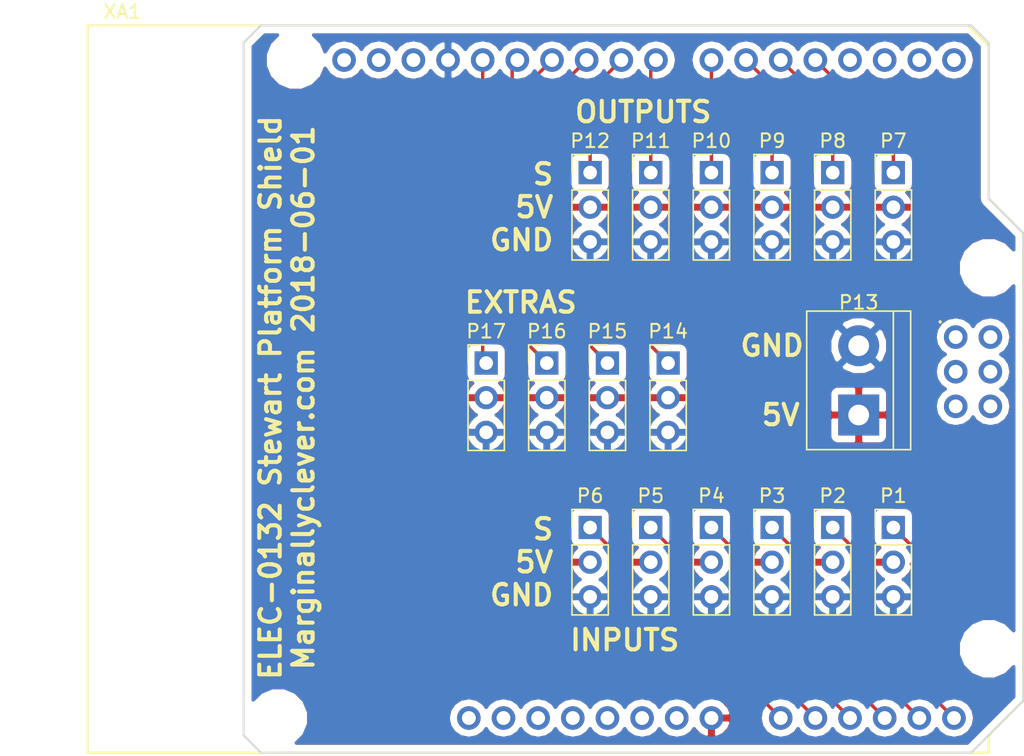
<source format=kicad_pcb>
(kicad_pcb (version 4) (host pcbnew 4.0.2-stable)

  (general
    (links 50)
    (no_connects 0)
    (area 110.849999 63.264 186.330001 119.195)
    (thickness 1.6)
    (drawings 20)
    (tracks 43)
    (zones 0)
    (modules 18)
    (nets 38)
  )

  (page A4)
  (layers
    (0 F.Cu signal)
    (31 B.Cu signal hide)
    (32 B.Adhes user)
    (33 F.Adhes user)
    (34 B.Paste user)
    (35 F.Paste user)
    (36 B.SilkS user)
    (37 F.SilkS user)
    (38 B.Mask user)
    (39 F.Mask user)
    (40 Dwgs.User user)
    (41 Cmts.User user)
    (42 Eco1.User user)
    (43 Eco2.User user)
    (44 Edge.Cuts user)
    (45 Margin user)
    (46 B.CrtYd user)
    (47 F.CrtYd user)
    (48 B.Fab user)
    (49 F.Fab user)
  )

  (setup
    (last_trace_width 0.25)
    (trace_clearance 0.2)
    (zone_clearance 0.508)
    (zone_45_only no)
    (trace_min 0.2)
    (segment_width 0.2)
    (edge_width 0.15)
    (via_size 0.6)
    (via_drill 0.4)
    (via_min_size 0.4)
    (via_min_drill 0.3)
    (uvia_size 0.3)
    (uvia_drill 0.1)
    (uvias_allowed no)
    (uvia_min_size 0.2)
    (uvia_min_drill 0.1)
    (pcb_text_width 0.3)
    (pcb_text_size 1.5 1.5)
    (mod_edge_width 0.15)
    (mod_text_size 1 1)
    (mod_text_width 0.15)
    (pad_size 1.524 1.524)
    (pad_drill 0.762)
    (pad_to_mask_clearance 0.2)
    (aux_axis_origin 0 0)
    (visible_elements 7FFEFFFF)
    (pcbplotparams
      (layerselection 0x00030_80000001)
      (usegerberextensions false)
      (excludeedgelayer true)
      (linewidth 0.100000)
      (plotframeref false)
      (viasonmask false)
      (mode 1)
      (useauxorigin false)
      (hpglpennumber 1)
      (hpglpenspeed 20)
      (hpglpendiameter 15)
      (hpglpenoverlay 2)
      (psnegative false)
      (psa4output false)
      (plotreference true)
      (plotvalue true)
      (plotinvisibletext false)
      (padsonsilk false)
      (subtractmaskfromsilk false)
      (outputformat 1)
      (mirror false)
      (drillshape 1)
      (scaleselection 1)
      (outputdirectory ""))
  )

  (net 0 "")
  (net 1 "Net-(P1-Pad1)")
  (net 2 +5V)
  (net 3 GND)
  (net 4 "Net-(P2-Pad1)")
  (net 5 "Net-(P3-Pad1)")
  (net 6 "Net-(P4-Pad1)")
  (net 7 "Net-(P5-Pad1)")
  (net 8 "Net-(P6-Pad1)")
  (net 9 "Net-(P7-Pad1)")
  (net 10 "Net-(P8-Pad1)")
  (net 11 "Net-(P9-Pad1)")
  (net 12 "Net-(P10-Pad1)")
  (net 13 "Net-(P11-Pad1)")
  (net 14 "Net-(P12-Pad1)")
  (net 15 "Net-(XA1-PadRST2)")
  (net 16 "Net-(XA1-PadGND4)")
  (net 17 "Net-(XA1-PadMOSI)")
  (net 18 "Net-(XA1-PadSCK)")
  (net 19 "Net-(XA1-Pad5V2)")
  (net 20 "Net-(XA1-PadGND3)")
  (net 21 "Net-(XA1-PadGND2)")
  (net 22 "Net-(XA1-Pad5V1)")
  (net 23 "Net-(XA1-Pad3V3)")
  (net 24 "Net-(XA1-PadRST1)")
  (net 25 "Net-(XA1-PadIORF)")
  (net 26 "Net-(XA1-PadD0)")
  (net 27 "Net-(XA1-PadD1)")
  (net 28 "Net-(XA1-PadD2)")
  (net 29 "Net-(XA1-PadD3)")
  (net 30 "Net-(XA1-PadSCL)")
  (net 31 "Net-(XA1-PadSDA)")
  (net 32 "Net-(XA1-PadAREF)")
  (net 33 "Net-(XA1-PadMISO)")
  (net 34 "Net-(P14-Pad1)")
  (net 35 "Net-(P15-Pad1)")
  (net 36 "Net-(P16-Pad1)")
  (net 37 "Net-(P17-Pad1)")

  (net_class Default "This is the default net class."
    (clearance 0.2)
    (trace_width 0.25)
    (via_dia 0.6)
    (via_drill 0.4)
    (uvia_dia 0.3)
    (uvia_drill 0.1)
    (add_net +5V)
    (add_net GND)
    (add_net "Net-(P1-Pad1)")
    (add_net "Net-(P10-Pad1)")
    (add_net "Net-(P11-Pad1)")
    (add_net "Net-(P12-Pad1)")
    (add_net "Net-(P14-Pad1)")
    (add_net "Net-(P15-Pad1)")
    (add_net "Net-(P16-Pad1)")
    (add_net "Net-(P17-Pad1)")
    (add_net "Net-(P2-Pad1)")
    (add_net "Net-(P3-Pad1)")
    (add_net "Net-(P4-Pad1)")
    (add_net "Net-(P5-Pad1)")
    (add_net "Net-(P6-Pad1)")
    (add_net "Net-(P7-Pad1)")
    (add_net "Net-(P8-Pad1)")
    (add_net "Net-(P9-Pad1)")
    (add_net "Net-(XA1-Pad3V3)")
    (add_net "Net-(XA1-Pad5V1)")
    (add_net "Net-(XA1-Pad5V2)")
    (add_net "Net-(XA1-PadAREF)")
    (add_net "Net-(XA1-PadD0)")
    (add_net "Net-(XA1-PadD1)")
    (add_net "Net-(XA1-PadD2)")
    (add_net "Net-(XA1-PadD3)")
    (add_net "Net-(XA1-PadGND2)")
    (add_net "Net-(XA1-PadGND3)")
    (add_net "Net-(XA1-PadGND4)")
    (add_net "Net-(XA1-PadIORF)")
    (add_net "Net-(XA1-PadMISO)")
    (add_net "Net-(XA1-PadMOSI)")
    (add_net "Net-(XA1-PadRST1)")
    (add_net "Net-(XA1-PadRST2)")
    (add_net "Net-(XA1-PadSCK)")
    (add_net "Net-(XA1-PadSCL)")
    (add_net "Net-(XA1-PadSDA)")
  )

  (module Arduino:Arduino_Uno_Shield (layer F.Cu) (tedit 5A8605EC) (tstamp 5B11779B)
    (at 117.475 118.745)
    (descr https://store.arduino.cc/arduino-uno-rev3)
    (path /5B117E51)
    (fp_text reference XA1 (at 2.54 -54.356) (layer F.SilkS)
      (effects (font (size 1 1) (thickness 0.15)))
    )
    (fp_text value Arduino_Uno_Shield (at 15.494 -54.356) (layer F.Fab)
      (effects (font (size 1 1) (thickness 0.15)))
    )
    (fp_line (start 9.525 -32.385) (end -6.35 -32.385) (layer B.CrtYd) (width 0.15))
    (fp_line (start 9.525 -43.815) (end -6.35 -43.815) (layer B.CrtYd) (width 0.15))
    (fp_line (start 9.525 -43.815) (end 9.525 -32.385) (layer B.CrtYd) (width 0.15))
    (fp_line (start -6.35 -43.815) (end -6.35 -32.385) (layer B.CrtYd) (width 0.15))
    (fp_text user . (at 62.484 -32.004) (layer F.SilkS)
      (effects (font (size 1 1) (thickness 0.15)))
    )
    (fp_line (start 11.43 -12.065) (end 11.43 -3.175) (layer B.CrtYd) (width 0.15))
    (fp_line (start -1.905 -3.175) (end 11.43 -3.175) (layer B.CrtYd) (width 0.15))
    (fp_line (start -1.905 -12.065) (end -1.905 -3.175) (layer B.CrtYd) (width 0.15))
    (fp_line (start -1.905 -12.065) (end 11.43 -12.065) (layer B.CrtYd) (width 0.15))
    (fp_line (start 0 -53.34) (end 0 0) (layer F.SilkS) (width 0.15))
    (fp_line (start 66.04 -40.64) (end 66.04 -51.816) (layer F.SilkS) (width 0.15))
    (fp_line (start 68.58 -38.1) (end 66.04 -40.64) (layer F.SilkS) (width 0.15))
    (fp_line (start 68.58 -3.81) (end 68.58 -38.1) (layer F.SilkS) (width 0.15))
    (fp_line (start 66.04 -1.27) (end 68.58 -3.81) (layer F.SilkS) (width 0.15))
    (fp_line (start 66.04 0) (end 66.04 -1.27) (layer F.SilkS) (width 0.15))
    (fp_line (start 64.516 -53.34) (end 66.04 -51.816) (layer F.SilkS) (width 0.15))
    (fp_line (start 0 0) (end 66.04 0) (layer F.SilkS) (width 0.15))
    (fp_line (start 0 -53.34) (end 64.516 -53.34) (layer F.SilkS) (width 0.15))
    (pad RST2 thru_hole oval (at 63.627 -25.4) (size 1.7272 1.7272) (drill 1.016) (layers *.Cu *.Mask)
      (net 15 "Net-(XA1-PadRST2)"))
    (pad GND4 thru_hole oval (at 66.167 -25.4) (size 1.7272 1.7272) (drill 1.016) (layers *.Cu *.Mask)
      (net 16 "Net-(XA1-PadGND4)"))
    (pad MOSI thru_hole oval (at 66.167 -27.94) (size 1.7272 1.7272) (drill 1.016) (layers *.Cu *.Mask)
      (net 17 "Net-(XA1-PadMOSI)"))
    (pad SCK thru_hole oval (at 63.627 -27.94) (size 1.7272 1.7272) (drill 1.016) (layers *.Cu *.Mask)
      (net 18 "Net-(XA1-PadSCK)"))
    (pad 5V2 thru_hole oval (at 66.167 -30.48) (size 1.7272 1.7272) (drill 1.016) (layers *.Cu *.Mask)
      (net 19 "Net-(XA1-Pad5V2)"))
    (pad A0 thru_hole oval (at 50.8 -2.54) (size 1.7272 1.7272) (drill 1.016) (layers *.Cu *.Mask)
      (net 8 "Net-(P6-Pad1)"))
    (pad VIN thru_hole oval (at 45.72 -2.54) (size 1.7272 1.7272) (drill 1.016) (layers *.Cu *.Mask)
      (net 2 +5V))
    (pad GND3 thru_hole oval (at 43.18 -2.54) (size 1.7272 1.7272) (drill 1.016) (layers *.Cu *.Mask)
      (net 20 "Net-(XA1-PadGND3)"))
    (pad GND2 thru_hole oval (at 40.64 -2.54) (size 1.7272 1.7272) (drill 1.016) (layers *.Cu *.Mask)
      (net 21 "Net-(XA1-PadGND2)"))
    (pad 5V1 thru_hole oval (at 38.1 -2.54) (size 1.7272 1.7272) (drill 1.016) (layers *.Cu *.Mask)
      (net 22 "Net-(XA1-Pad5V1)"))
    (pad 3V3 thru_hole oval (at 35.56 -2.54) (size 1.7272 1.7272) (drill 1.016) (layers *.Cu *.Mask)
      (net 23 "Net-(XA1-Pad3V3)"))
    (pad RST1 thru_hole oval (at 33.02 -2.54) (size 1.7272 1.7272) (drill 1.016) (layers *.Cu *.Mask)
      (net 24 "Net-(XA1-PadRST1)"))
    (pad IORF thru_hole oval (at 30.48 -2.54) (size 1.7272 1.7272) (drill 1.016) (layers *.Cu *.Mask)
      (net 25 "Net-(XA1-PadIORF)"))
    (pad D0 thru_hole oval (at 63.5 -50.8) (size 1.7272 1.7272) (drill 1.016) (layers *.Cu *.Mask)
      (net 26 "Net-(XA1-PadD0)"))
    (pad D1 thru_hole oval (at 60.96 -50.8) (size 1.7272 1.7272) (drill 1.016) (layers *.Cu *.Mask)
      (net 27 "Net-(XA1-PadD1)"))
    (pad D2 thru_hole oval (at 58.42 -50.8) (size 1.7272 1.7272) (drill 1.016) (layers *.Cu *.Mask)
      (net 28 "Net-(XA1-PadD2)"))
    (pad D3 thru_hole oval (at 55.88 -50.8) (size 1.7272 1.7272) (drill 1.016) (layers *.Cu *.Mask)
      (net 29 "Net-(XA1-PadD3)"))
    (pad D4 thru_hole oval (at 53.34 -50.8) (size 1.7272 1.7272) (drill 1.016) (layers *.Cu *.Mask)
      (net 9 "Net-(P7-Pad1)"))
    (pad D5 thru_hole oval (at 50.8 -50.8) (size 1.7272 1.7272) (drill 1.016) (layers *.Cu *.Mask)
      (net 10 "Net-(P8-Pad1)"))
    (pad D6 thru_hole oval (at 48.26 -50.8) (size 1.7272 1.7272) (drill 1.016) (layers *.Cu *.Mask)
      (net 11 "Net-(P9-Pad1)"))
    (pad D7 thru_hole oval (at 45.72 -50.8) (size 1.7272 1.7272) (drill 1.016) (layers *.Cu *.Mask)
      (net 12 "Net-(P10-Pad1)"))
    (pad GND1 thru_hole oval (at 26.416 -50.8) (size 1.7272 1.7272) (drill 1.016) (layers *.Cu *.Mask)
      (net 3 GND))
    (pad D8 thru_hole oval (at 41.656 -50.8) (size 1.7272 1.7272) (drill 1.016) (layers *.Cu *.Mask)
      (net 13 "Net-(P11-Pad1)"))
    (pad D9 thru_hole oval (at 39.116 -50.8) (size 1.7272 1.7272) (drill 1.016) (layers *.Cu *.Mask)
      (net 14 "Net-(P12-Pad1)"))
    (pad D10 thru_hole oval (at 36.576 -50.8) (size 1.7272 1.7272) (drill 1.016) (layers *.Cu *.Mask)
      (net 34 "Net-(P14-Pad1)"))
    (pad "" np_thru_hole circle (at 66.04 -7.62) (size 3.2 3.2) (drill 3.2) (layers *.Cu *.Mask))
    (pad "" np_thru_hole circle (at 66.04 -35.56) (size 3.2 3.2) (drill 3.2) (layers *.Cu *.Mask))
    (pad "" np_thru_hole circle (at 15.24 -50.8) (size 3.2 3.2) (drill 3.2) (layers *.Cu *.Mask))
    (pad "" np_thru_hole circle (at 13.97 -2.54) (size 3.2 3.2) (drill 3.2) (layers *.Cu *.Mask))
    (pad SCL thru_hole oval (at 18.796 -50.8) (size 1.7272 1.7272) (drill 1.016) (layers *.Cu *.Mask)
      (net 30 "Net-(XA1-PadSCL)"))
    (pad SDA thru_hole oval (at 21.336 -50.8) (size 1.7272 1.7272) (drill 1.016) (layers *.Cu *.Mask)
      (net 31 "Net-(XA1-PadSDA)"))
    (pad AREF thru_hole oval (at 23.876 -50.8) (size 1.7272 1.7272) (drill 1.016) (layers *.Cu *.Mask)
      (net 32 "Net-(XA1-PadAREF)"))
    (pad D13 thru_hole oval (at 28.956 -50.8) (size 1.7272 1.7272) (drill 1.016) (layers *.Cu *.Mask)
      (net 37 "Net-(P17-Pad1)"))
    (pad D12 thru_hole oval (at 31.496 -50.8) (size 1.7272 1.7272) (drill 1.016) (layers *.Cu *.Mask)
      (net 36 "Net-(P16-Pad1)"))
    (pad D11 thru_hole oval (at 34.036 -50.8) (size 1.7272 1.7272) (drill 1.016) (layers *.Cu *.Mask)
      (net 35 "Net-(P15-Pad1)"))
    (pad "" thru_hole oval (at 27.94 -2.54) (size 1.7272 1.7272) (drill 1.016) (layers *.Cu *.Mask))
    (pad A1 thru_hole oval (at 53.34 -2.54) (size 1.7272 1.7272) (drill 1.016) (layers *.Cu *.Mask)
      (net 7 "Net-(P5-Pad1)"))
    (pad A2 thru_hole oval (at 55.88 -2.54) (size 1.7272 1.7272) (drill 1.016) (layers *.Cu *.Mask)
      (net 6 "Net-(P4-Pad1)"))
    (pad A3 thru_hole oval (at 58.42 -2.54) (size 1.7272 1.7272) (drill 1.016) (layers *.Cu *.Mask)
      (net 5 "Net-(P3-Pad1)"))
    (pad A4 thru_hole oval (at 60.96 -2.54) (size 1.7272 1.7272) (drill 1.016) (layers *.Cu *.Mask)
      (net 4 "Net-(P2-Pad1)"))
    (pad A5 thru_hole oval (at 63.5 -2.54) (size 1.7272 1.7272) (drill 1.016) (layers *.Cu *.Mask)
      (net 1 "Net-(P1-Pad1)"))
    (pad MISO thru_hole oval (at 63.627 -30.48) (size 1.7272 1.7272) (drill 1.016) (layers *.Cu *.Mask)
      (net 33 "Net-(XA1-PadMISO)"))
  )

  (module Socket_Strips:Socket_Strip_Straight_1x03_Pitch2.54mm (layer F.Cu) (tedit 58CD5446) (tstamp 5B117B5C)
    (at 176.53 102.235)
    (descr "Through hole straight socket strip, 1x03, 2.54mm pitch, single row")
    (tags "Through hole socket strip THT 1x03 2.54mm single row")
    (path /5B117A77)
    (fp_text reference P1 (at 0 -2.33) (layer F.SilkS)
      (effects (font (size 1 1) (thickness 0.15)))
    )
    (fp_text value CONN_01X03 (at 0 7.41) (layer F.Fab)
      (effects (font (size 1 1) (thickness 0.15)))
    )
    (fp_line (start -1.27 -1.27) (end -1.27 6.35) (layer F.Fab) (width 0.1))
    (fp_line (start -1.27 6.35) (end 1.27 6.35) (layer F.Fab) (width 0.1))
    (fp_line (start 1.27 6.35) (end 1.27 -1.27) (layer F.Fab) (width 0.1))
    (fp_line (start 1.27 -1.27) (end -1.27 -1.27) (layer F.Fab) (width 0.1))
    (fp_line (start -1.33 1.27) (end -1.33 6.41) (layer F.SilkS) (width 0.12))
    (fp_line (start -1.33 6.41) (end 1.33 6.41) (layer F.SilkS) (width 0.12))
    (fp_line (start 1.33 6.41) (end 1.33 1.27) (layer F.SilkS) (width 0.12))
    (fp_line (start 1.33 1.27) (end -1.33 1.27) (layer F.SilkS) (width 0.12))
    (fp_line (start -1.33 0) (end -1.33 -1.33) (layer F.SilkS) (width 0.12))
    (fp_line (start -1.33 -1.33) (end 0 -1.33) (layer F.SilkS) (width 0.12))
    (fp_line (start -1.8 -1.8) (end -1.8 6.85) (layer F.CrtYd) (width 0.05))
    (fp_line (start -1.8 6.85) (end 1.8 6.85) (layer F.CrtYd) (width 0.05))
    (fp_line (start 1.8 6.85) (end 1.8 -1.8) (layer F.CrtYd) (width 0.05))
    (fp_line (start 1.8 -1.8) (end -1.8 -1.8) (layer F.CrtYd) (width 0.05))
    (fp_text user %R (at 0 -2.33) (layer F.Fab)
      (effects (font (size 1 1) (thickness 0.15)))
    )
    (pad 1 thru_hole rect (at 0 0) (size 1.7 1.7) (drill 1) (layers *.Cu *.Mask)
      (net 1 "Net-(P1-Pad1)"))
    (pad 2 thru_hole oval (at 0 2.54) (size 1.7 1.7) (drill 1) (layers *.Cu *.Mask)
      (net 2 +5V))
    (pad 3 thru_hole oval (at 0 5.08) (size 1.7 1.7) (drill 1) (layers *.Cu *.Mask)
      (net 3 GND))
    (model ${KISYS3DMOD}/Socket_Strips.3dshapes/Socket_Strip_Straight_1x03_Pitch2.54mm.wrl
      (at (xyz 0 -0.1 0))
      (scale (xyz 1 1 1))
      (rotate (xyz 0 0 270))
    )
  )

  (module Socket_Strips:Socket_Strip_Straight_1x03_Pitch2.54mm (layer F.Cu) (tedit 58CD5446) (tstamp 5B117B62)
    (at 172.085 102.235)
    (descr "Through hole straight socket strip, 1x03, 2.54mm pitch, single row")
    (tags "Through hole socket strip THT 1x03 2.54mm single row")
    (path /5B117A7D)
    (fp_text reference P2 (at 0 -2.33) (layer F.SilkS)
      (effects (font (size 1 1) (thickness 0.15)))
    )
    (fp_text value CONN_01X03 (at 0 7.41) (layer F.Fab)
      (effects (font (size 1 1) (thickness 0.15)))
    )
    (fp_line (start -1.27 -1.27) (end -1.27 6.35) (layer F.Fab) (width 0.1))
    (fp_line (start -1.27 6.35) (end 1.27 6.35) (layer F.Fab) (width 0.1))
    (fp_line (start 1.27 6.35) (end 1.27 -1.27) (layer F.Fab) (width 0.1))
    (fp_line (start 1.27 -1.27) (end -1.27 -1.27) (layer F.Fab) (width 0.1))
    (fp_line (start -1.33 1.27) (end -1.33 6.41) (layer F.SilkS) (width 0.12))
    (fp_line (start -1.33 6.41) (end 1.33 6.41) (layer F.SilkS) (width 0.12))
    (fp_line (start 1.33 6.41) (end 1.33 1.27) (layer F.SilkS) (width 0.12))
    (fp_line (start 1.33 1.27) (end -1.33 1.27) (layer F.SilkS) (width 0.12))
    (fp_line (start -1.33 0) (end -1.33 -1.33) (layer F.SilkS) (width 0.12))
    (fp_line (start -1.33 -1.33) (end 0 -1.33) (layer F.SilkS) (width 0.12))
    (fp_line (start -1.8 -1.8) (end -1.8 6.85) (layer F.CrtYd) (width 0.05))
    (fp_line (start -1.8 6.85) (end 1.8 6.85) (layer F.CrtYd) (width 0.05))
    (fp_line (start 1.8 6.85) (end 1.8 -1.8) (layer F.CrtYd) (width 0.05))
    (fp_line (start 1.8 -1.8) (end -1.8 -1.8) (layer F.CrtYd) (width 0.05))
    (fp_text user %R (at 0 -2.33) (layer F.Fab)
      (effects (font (size 1 1) (thickness 0.15)))
    )
    (pad 1 thru_hole rect (at 0 0) (size 1.7 1.7) (drill 1) (layers *.Cu *.Mask)
      (net 4 "Net-(P2-Pad1)"))
    (pad 2 thru_hole oval (at 0 2.54) (size 1.7 1.7) (drill 1) (layers *.Cu *.Mask)
      (net 2 +5V))
    (pad 3 thru_hole oval (at 0 5.08) (size 1.7 1.7) (drill 1) (layers *.Cu *.Mask)
      (net 3 GND))
    (model ${KISYS3DMOD}/Socket_Strips.3dshapes/Socket_Strip_Straight_1x03_Pitch2.54mm.wrl
      (at (xyz 0 -0.1 0))
      (scale (xyz 1 1 1))
      (rotate (xyz 0 0 270))
    )
  )

  (module Socket_Strips:Socket_Strip_Straight_1x03_Pitch2.54mm (layer F.Cu) (tedit 58CD5446) (tstamp 5B117B68)
    (at 167.64 102.235)
    (descr "Through hole straight socket strip, 1x03, 2.54mm pitch, single row")
    (tags "Through hole socket strip THT 1x03 2.54mm single row")
    (path /5B117A83)
    (fp_text reference P3 (at 0 -2.33) (layer F.SilkS)
      (effects (font (size 1 1) (thickness 0.15)))
    )
    (fp_text value CONN_01X03 (at 0 7.41) (layer F.Fab)
      (effects (font (size 1 1) (thickness 0.15)))
    )
    (fp_line (start -1.27 -1.27) (end -1.27 6.35) (layer F.Fab) (width 0.1))
    (fp_line (start -1.27 6.35) (end 1.27 6.35) (layer F.Fab) (width 0.1))
    (fp_line (start 1.27 6.35) (end 1.27 -1.27) (layer F.Fab) (width 0.1))
    (fp_line (start 1.27 -1.27) (end -1.27 -1.27) (layer F.Fab) (width 0.1))
    (fp_line (start -1.33 1.27) (end -1.33 6.41) (layer F.SilkS) (width 0.12))
    (fp_line (start -1.33 6.41) (end 1.33 6.41) (layer F.SilkS) (width 0.12))
    (fp_line (start 1.33 6.41) (end 1.33 1.27) (layer F.SilkS) (width 0.12))
    (fp_line (start 1.33 1.27) (end -1.33 1.27) (layer F.SilkS) (width 0.12))
    (fp_line (start -1.33 0) (end -1.33 -1.33) (layer F.SilkS) (width 0.12))
    (fp_line (start -1.33 -1.33) (end 0 -1.33) (layer F.SilkS) (width 0.12))
    (fp_line (start -1.8 -1.8) (end -1.8 6.85) (layer F.CrtYd) (width 0.05))
    (fp_line (start -1.8 6.85) (end 1.8 6.85) (layer F.CrtYd) (width 0.05))
    (fp_line (start 1.8 6.85) (end 1.8 -1.8) (layer F.CrtYd) (width 0.05))
    (fp_line (start 1.8 -1.8) (end -1.8 -1.8) (layer F.CrtYd) (width 0.05))
    (fp_text user %R (at 0 -2.33) (layer F.Fab)
      (effects (font (size 1 1) (thickness 0.15)))
    )
    (pad 1 thru_hole rect (at 0 0) (size 1.7 1.7) (drill 1) (layers *.Cu *.Mask)
      (net 5 "Net-(P3-Pad1)"))
    (pad 2 thru_hole oval (at 0 2.54) (size 1.7 1.7) (drill 1) (layers *.Cu *.Mask)
      (net 2 +5V))
    (pad 3 thru_hole oval (at 0 5.08) (size 1.7 1.7) (drill 1) (layers *.Cu *.Mask)
      (net 3 GND))
    (model ${KISYS3DMOD}/Socket_Strips.3dshapes/Socket_Strip_Straight_1x03_Pitch2.54mm.wrl
      (at (xyz 0 -0.1 0))
      (scale (xyz 1 1 1))
      (rotate (xyz 0 0 270))
    )
  )

  (module Socket_Strips:Socket_Strip_Straight_1x03_Pitch2.54mm (layer F.Cu) (tedit 58CD5446) (tstamp 5B117B6E)
    (at 163.195 102.235)
    (descr "Through hole straight socket strip, 1x03, 2.54mm pitch, single row")
    (tags "Through hole socket strip THT 1x03 2.54mm single row")
    (path /5B117A89)
    (fp_text reference P4 (at 0 -2.33) (layer F.SilkS)
      (effects (font (size 1 1) (thickness 0.15)))
    )
    (fp_text value CONN_01X03 (at 0 7.41) (layer F.Fab)
      (effects (font (size 1 1) (thickness 0.15)))
    )
    (fp_line (start -1.27 -1.27) (end -1.27 6.35) (layer F.Fab) (width 0.1))
    (fp_line (start -1.27 6.35) (end 1.27 6.35) (layer F.Fab) (width 0.1))
    (fp_line (start 1.27 6.35) (end 1.27 -1.27) (layer F.Fab) (width 0.1))
    (fp_line (start 1.27 -1.27) (end -1.27 -1.27) (layer F.Fab) (width 0.1))
    (fp_line (start -1.33 1.27) (end -1.33 6.41) (layer F.SilkS) (width 0.12))
    (fp_line (start -1.33 6.41) (end 1.33 6.41) (layer F.SilkS) (width 0.12))
    (fp_line (start 1.33 6.41) (end 1.33 1.27) (layer F.SilkS) (width 0.12))
    (fp_line (start 1.33 1.27) (end -1.33 1.27) (layer F.SilkS) (width 0.12))
    (fp_line (start -1.33 0) (end -1.33 -1.33) (layer F.SilkS) (width 0.12))
    (fp_line (start -1.33 -1.33) (end 0 -1.33) (layer F.SilkS) (width 0.12))
    (fp_line (start -1.8 -1.8) (end -1.8 6.85) (layer F.CrtYd) (width 0.05))
    (fp_line (start -1.8 6.85) (end 1.8 6.85) (layer F.CrtYd) (width 0.05))
    (fp_line (start 1.8 6.85) (end 1.8 -1.8) (layer F.CrtYd) (width 0.05))
    (fp_line (start 1.8 -1.8) (end -1.8 -1.8) (layer F.CrtYd) (width 0.05))
    (fp_text user %R (at 0 -2.33) (layer F.Fab)
      (effects (font (size 1 1) (thickness 0.15)))
    )
    (pad 1 thru_hole rect (at 0 0) (size 1.7 1.7) (drill 1) (layers *.Cu *.Mask)
      (net 6 "Net-(P4-Pad1)"))
    (pad 2 thru_hole oval (at 0 2.54) (size 1.7 1.7) (drill 1) (layers *.Cu *.Mask)
      (net 2 +5V))
    (pad 3 thru_hole oval (at 0 5.08) (size 1.7 1.7) (drill 1) (layers *.Cu *.Mask)
      (net 3 GND))
    (model ${KISYS3DMOD}/Socket_Strips.3dshapes/Socket_Strip_Straight_1x03_Pitch2.54mm.wrl
      (at (xyz 0 -0.1 0))
      (scale (xyz 1 1 1))
      (rotate (xyz 0 0 270))
    )
  )

  (module Socket_Strips:Socket_Strip_Straight_1x03_Pitch2.54mm (layer F.Cu) (tedit 58CD5446) (tstamp 5B117B74)
    (at 158.75 102.235)
    (descr "Through hole straight socket strip, 1x03, 2.54mm pitch, single row")
    (tags "Through hole socket strip THT 1x03 2.54mm single row")
    (path /5B117A8F)
    (fp_text reference P5 (at 0 -2.33) (layer F.SilkS)
      (effects (font (size 1 1) (thickness 0.15)))
    )
    (fp_text value CONN_01X03 (at 0 7.41) (layer F.Fab)
      (effects (font (size 1 1) (thickness 0.15)))
    )
    (fp_line (start -1.27 -1.27) (end -1.27 6.35) (layer F.Fab) (width 0.1))
    (fp_line (start -1.27 6.35) (end 1.27 6.35) (layer F.Fab) (width 0.1))
    (fp_line (start 1.27 6.35) (end 1.27 -1.27) (layer F.Fab) (width 0.1))
    (fp_line (start 1.27 -1.27) (end -1.27 -1.27) (layer F.Fab) (width 0.1))
    (fp_line (start -1.33 1.27) (end -1.33 6.41) (layer F.SilkS) (width 0.12))
    (fp_line (start -1.33 6.41) (end 1.33 6.41) (layer F.SilkS) (width 0.12))
    (fp_line (start 1.33 6.41) (end 1.33 1.27) (layer F.SilkS) (width 0.12))
    (fp_line (start 1.33 1.27) (end -1.33 1.27) (layer F.SilkS) (width 0.12))
    (fp_line (start -1.33 0) (end -1.33 -1.33) (layer F.SilkS) (width 0.12))
    (fp_line (start -1.33 -1.33) (end 0 -1.33) (layer F.SilkS) (width 0.12))
    (fp_line (start -1.8 -1.8) (end -1.8 6.85) (layer F.CrtYd) (width 0.05))
    (fp_line (start -1.8 6.85) (end 1.8 6.85) (layer F.CrtYd) (width 0.05))
    (fp_line (start 1.8 6.85) (end 1.8 -1.8) (layer F.CrtYd) (width 0.05))
    (fp_line (start 1.8 -1.8) (end -1.8 -1.8) (layer F.CrtYd) (width 0.05))
    (fp_text user %R (at 0 -2.33) (layer F.Fab)
      (effects (font (size 1 1) (thickness 0.15)))
    )
    (pad 1 thru_hole rect (at 0 0) (size 1.7 1.7) (drill 1) (layers *.Cu *.Mask)
      (net 7 "Net-(P5-Pad1)"))
    (pad 2 thru_hole oval (at 0 2.54) (size 1.7 1.7) (drill 1) (layers *.Cu *.Mask)
      (net 2 +5V))
    (pad 3 thru_hole oval (at 0 5.08) (size 1.7 1.7) (drill 1) (layers *.Cu *.Mask)
      (net 3 GND))
    (model ${KISYS3DMOD}/Socket_Strips.3dshapes/Socket_Strip_Straight_1x03_Pitch2.54mm.wrl
      (at (xyz 0 -0.1 0))
      (scale (xyz 1 1 1))
      (rotate (xyz 0 0 270))
    )
  )

  (module Socket_Strips:Socket_Strip_Straight_1x03_Pitch2.54mm (layer F.Cu) (tedit 58CD5446) (tstamp 5B117B7A)
    (at 154.305 102.235)
    (descr "Through hole straight socket strip, 1x03, 2.54mm pitch, single row")
    (tags "Through hole socket strip THT 1x03 2.54mm single row")
    (path /5B117A95)
    (fp_text reference P6 (at 0 -2.33) (layer F.SilkS)
      (effects (font (size 1 1) (thickness 0.15)))
    )
    (fp_text value CONN_01X03 (at 0 7.41) (layer F.Fab)
      (effects (font (size 1 1) (thickness 0.15)))
    )
    (fp_line (start -1.27 -1.27) (end -1.27 6.35) (layer F.Fab) (width 0.1))
    (fp_line (start -1.27 6.35) (end 1.27 6.35) (layer F.Fab) (width 0.1))
    (fp_line (start 1.27 6.35) (end 1.27 -1.27) (layer F.Fab) (width 0.1))
    (fp_line (start 1.27 -1.27) (end -1.27 -1.27) (layer F.Fab) (width 0.1))
    (fp_line (start -1.33 1.27) (end -1.33 6.41) (layer F.SilkS) (width 0.12))
    (fp_line (start -1.33 6.41) (end 1.33 6.41) (layer F.SilkS) (width 0.12))
    (fp_line (start 1.33 6.41) (end 1.33 1.27) (layer F.SilkS) (width 0.12))
    (fp_line (start 1.33 1.27) (end -1.33 1.27) (layer F.SilkS) (width 0.12))
    (fp_line (start -1.33 0) (end -1.33 -1.33) (layer F.SilkS) (width 0.12))
    (fp_line (start -1.33 -1.33) (end 0 -1.33) (layer F.SilkS) (width 0.12))
    (fp_line (start -1.8 -1.8) (end -1.8 6.85) (layer F.CrtYd) (width 0.05))
    (fp_line (start -1.8 6.85) (end 1.8 6.85) (layer F.CrtYd) (width 0.05))
    (fp_line (start 1.8 6.85) (end 1.8 -1.8) (layer F.CrtYd) (width 0.05))
    (fp_line (start 1.8 -1.8) (end -1.8 -1.8) (layer F.CrtYd) (width 0.05))
    (fp_text user %R (at 0 -2.33) (layer F.Fab)
      (effects (font (size 1 1) (thickness 0.15)))
    )
    (pad 1 thru_hole rect (at 0 0) (size 1.7 1.7) (drill 1) (layers *.Cu *.Mask)
      (net 8 "Net-(P6-Pad1)"))
    (pad 2 thru_hole oval (at 0 2.54) (size 1.7 1.7) (drill 1) (layers *.Cu *.Mask)
      (net 2 +5V))
    (pad 3 thru_hole oval (at 0 5.08) (size 1.7 1.7) (drill 1) (layers *.Cu *.Mask)
      (net 3 GND))
    (model ${KISYS3DMOD}/Socket_Strips.3dshapes/Socket_Strip_Straight_1x03_Pitch2.54mm.wrl
      (at (xyz 0 -0.1 0))
      (scale (xyz 1 1 1))
      (rotate (xyz 0 0 270))
    )
  )

  (module Socket_Strips:Socket_Strip_Straight_1x03_Pitch2.54mm (layer F.Cu) (tedit 58CD5446) (tstamp 5B117B80)
    (at 176.53 76.2)
    (descr "Through hole straight socket strip, 1x03, 2.54mm pitch, single row")
    (tags "Through hole socket strip THT 1x03 2.54mm single row")
    (path /5B116FD9)
    (fp_text reference P7 (at 0 -2.33) (layer F.SilkS)
      (effects (font (size 1 1) (thickness 0.15)))
    )
    (fp_text value CONN_01X03 (at 0 7.41) (layer F.Fab)
      (effects (font (size 1 1) (thickness 0.15)))
    )
    (fp_line (start -1.27 -1.27) (end -1.27 6.35) (layer F.Fab) (width 0.1))
    (fp_line (start -1.27 6.35) (end 1.27 6.35) (layer F.Fab) (width 0.1))
    (fp_line (start 1.27 6.35) (end 1.27 -1.27) (layer F.Fab) (width 0.1))
    (fp_line (start 1.27 -1.27) (end -1.27 -1.27) (layer F.Fab) (width 0.1))
    (fp_line (start -1.33 1.27) (end -1.33 6.41) (layer F.SilkS) (width 0.12))
    (fp_line (start -1.33 6.41) (end 1.33 6.41) (layer F.SilkS) (width 0.12))
    (fp_line (start 1.33 6.41) (end 1.33 1.27) (layer F.SilkS) (width 0.12))
    (fp_line (start 1.33 1.27) (end -1.33 1.27) (layer F.SilkS) (width 0.12))
    (fp_line (start -1.33 0) (end -1.33 -1.33) (layer F.SilkS) (width 0.12))
    (fp_line (start -1.33 -1.33) (end 0 -1.33) (layer F.SilkS) (width 0.12))
    (fp_line (start -1.8 -1.8) (end -1.8 6.85) (layer F.CrtYd) (width 0.05))
    (fp_line (start -1.8 6.85) (end 1.8 6.85) (layer F.CrtYd) (width 0.05))
    (fp_line (start 1.8 6.85) (end 1.8 -1.8) (layer F.CrtYd) (width 0.05))
    (fp_line (start 1.8 -1.8) (end -1.8 -1.8) (layer F.CrtYd) (width 0.05))
    (fp_text user %R (at 0 -2.33) (layer F.Fab)
      (effects (font (size 1 1) (thickness 0.15)))
    )
    (pad 1 thru_hole rect (at 0 0) (size 1.7 1.7) (drill 1) (layers *.Cu *.Mask)
      (net 9 "Net-(P7-Pad1)"))
    (pad 2 thru_hole oval (at 0 2.54) (size 1.7 1.7) (drill 1) (layers *.Cu *.Mask)
      (net 2 +5V))
    (pad 3 thru_hole oval (at 0 5.08) (size 1.7 1.7) (drill 1) (layers *.Cu *.Mask)
      (net 3 GND))
    (model ${KISYS3DMOD}/Socket_Strips.3dshapes/Socket_Strip_Straight_1x03_Pitch2.54mm.wrl
      (at (xyz 0 -0.1 0))
      (scale (xyz 1 1 1))
      (rotate (xyz 0 0 270))
    )
  )

  (module Socket_Strips:Socket_Strip_Straight_1x03_Pitch2.54mm (layer F.Cu) (tedit 58CD5446) (tstamp 5B117B86)
    (at 172.085 76.2)
    (descr "Through hole straight socket strip, 1x03, 2.54mm pitch, single row")
    (tags "Through hole socket strip THT 1x03 2.54mm single row")
    (path /5B11728E)
    (fp_text reference P8 (at 0 -2.33) (layer F.SilkS)
      (effects (font (size 1 1) (thickness 0.15)))
    )
    (fp_text value CONN_01X03 (at 0 7.41) (layer F.Fab)
      (effects (font (size 1 1) (thickness 0.15)))
    )
    (fp_line (start -1.27 -1.27) (end -1.27 6.35) (layer F.Fab) (width 0.1))
    (fp_line (start -1.27 6.35) (end 1.27 6.35) (layer F.Fab) (width 0.1))
    (fp_line (start 1.27 6.35) (end 1.27 -1.27) (layer F.Fab) (width 0.1))
    (fp_line (start 1.27 -1.27) (end -1.27 -1.27) (layer F.Fab) (width 0.1))
    (fp_line (start -1.33 1.27) (end -1.33 6.41) (layer F.SilkS) (width 0.12))
    (fp_line (start -1.33 6.41) (end 1.33 6.41) (layer F.SilkS) (width 0.12))
    (fp_line (start 1.33 6.41) (end 1.33 1.27) (layer F.SilkS) (width 0.12))
    (fp_line (start 1.33 1.27) (end -1.33 1.27) (layer F.SilkS) (width 0.12))
    (fp_line (start -1.33 0) (end -1.33 -1.33) (layer F.SilkS) (width 0.12))
    (fp_line (start -1.33 -1.33) (end 0 -1.33) (layer F.SilkS) (width 0.12))
    (fp_line (start -1.8 -1.8) (end -1.8 6.85) (layer F.CrtYd) (width 0.05))
    (fp_line (start -1.8 6.85) (end 1.8 6.85) (layer F.CrtYd) (width 0.05))
    (fp_line (start 1.8 6.85) (end 1.8 -1.8) (layer F.CrtYd) (width 0.05))
    (fp_line (start 1.8 -1.8) (end -1.8 -1.8) (layer F.CrtYd) (width 0.05))
    (fp_text user %R (at 0 -2.33) (layer F.Fab)
      (effects (font (size 1 1) (thickness 0.15)))
    )
    (pad 1 thru_hole rect (at 0 0) (size 1.7 1.7) (drill 1) (layers *.Cu *.Mask)
      (net 10 "Net-(P8-Pad1)"))
    (pad 2 thru_hole oval (at 0 2.54) (size 1.7 1.7) (drill 1) (layers *.Cu *.Mask)
      (net 2 +5V))
    (pad 3 thru_hole oval (at 0 5.08) (size 1.7 1.7) (drill 1) (layers *.Cu *.Mask)
      (net 3 GND))
    (model ${KISYS3DMOD}/Socket_Strips.3dshapes/Socket_Strip_Straight_1x03_Pitch2.54mm.wrl
      (at (xyz 0 -0.1 0))
      (scale (xyz 1 1 1))
      (rotate (xyz 0 0 270))
    )
  )

  (module Socket_Strips:Socket_Strip_Straight_1x03_Pitch2.54mm (layer F.Cu) (tedit 58CD5446) (tstamp 5B117B8C)
    (at 167.64 76.2)
    (descr "Through hole straight socket strip, 1x03, 2.54mm pitch, single row")
    (tags "Through hole socket strip THT 1x03 2.54mm single row")
    (path /5B117442)
    (fp_text reference P9 (at 0 -2.33) (layer F.SilkS)
      (effects (font (size 1 1) (thickness 0.15)))
    )
    (fp_text value CONN_01X03 (at 0 7.41) (layer F.Fab)
      (effects (font (size 1 1) (thickness 0.15)))
    )
    (fp_line (start -1.27 -1.27) (end -1.27 6.35) (layer F.Fab) (width 0.1))
    (fp_line (start -1.27 6.35) (end 1.27 6.35) (layer F.Fab) (width 0.1))
    (fp_line (start 1.27 6.35) (end 1.27 -1.27) (layer F.Fab) (width 0.1))
    (fp_line (start 1.27 -1.27) (end -1.27 -1.27) (layer F.Fab) (width 0.1))
    (fp_line (start -1.33 1.27) (end -1.33 6.41) (layer F.SilkS) (width 0.12))
    (fp_line (start -1.33 6.41) (end 1.33 6.41) (layer F.SilkS) (width 0.12))
    (fp_line (start 1.33 6.41) (end 1.33 1.27) (layer F.SilkS) (width 0.12))
    (fp_line (start 1.33 1.27) (end -1.33 1.27) (layer F.SilkS) (width 0.12))
    (fp_line (start -1.33 0) (end -1.33 -1.33) (layer F.SilkS) (width 0.12))
    (fp_line (start -1.33 -1.33) (end 0 -1.33) (layer F.SilkS) (width 0.12))
    (fp_line (start -1.8 -1.8) (end -1.8 6.85) (layer F.CrtYd) (width 0.05))
    (fp_line (start -1.8 6.85) (end 1.8 6.85) (layer F.CrtYd) (width 0.05))
    (fp_line (start 1.8 6.85) (end 1.8 -1.8) (layer F.CrtYd) (width 0.05))
    (fp_line (start 1.8 -1.8) (end -1.8 -1.8) (layer F.CrtYd) (width 0.05))
    (fp_text user %R (at 0 -2.33) (layer F.Fab)
      (effects (font (size 1 1) (thickness 0.15)))
    )
    (pad 1 thru_hole rect (at 0 0) (size 1.7 1.7) (drill 1) (layers *.Cu *.Mask)
      (net 11 "Net-(P9-Pad1)"))
    (pad 2 thru_hole oval (at 0 2.54) (size 1.7 1.7) (drill 1) (layers *.Cu *.Mask)
      (net 2 +5V))
    (pad 3 thru_hole oval (at 0 5.08) (size 1.7 1.7) (drill 1) (layers *.Cu *.Mask)
      (net 3 GND))
    (model ${KISYS3DMOD}/Socket_Strips.3dshapes/Socket_Strip_Straight_1x03_Pitch2.54mm.wrl
      (at (xyz 0 -0.1 0))
      (scale (xyz 1 1 1))
      (rotate (xyz 0 0 270))
    )
  )

  (module Socket_Strips:Socket_Strip_Straight_1x03_Pitch2.54mm (layer F.Cu) (tedit 58CD5446) (tstamp 5B117B92)
    (at 163.195 76.2)
    (descr "Through hole straight socket strip, 1x03, 2.54mm pitch, single row")
    (tags "Through hole socket strip THT 1x03 2.54mm single row")
    (path /5B1174D7)
    (fp_text reference P10 (at 0 -2.33) (layer F.SilkS)
      (effects (font (size 1 1) (thickness 0.15)))
    )
    (fp_text value CONN_01X03 (at 0 7.41) (layer F.Fab)
      (effects (font (size 1 1) (thickness 0.15)))
    )
    (fp_line (start -1.27 -1.27) (end -1.27 6.35) (layer F.Fab) (width 0.1))
    (fp_line (start -1.27 6.35) (end 1.27 6.35) (layer F.Fab) (width 0.1))
    (fp_line (start 1.27 6.35) (end 1.27 -1.27) (layer F.Fab) (width 0.1))
    (fp_line (start 1.27 -1.27) (end -1.27 -1.27) (layer F.Fab) (width 0.1))
    (fp_line (start -1.33 1.27) (end -1.33 6.41) (layer F.SilkS) (width 0.12))
    (fp_line (start -1.33 6.41) (end 1.33 6.41) (layer F.SilkS) (width 0.12))
    (fp_line (start 1.33 6.41) (end 1.33 1.27) (layer F.SilkS) (width 0.12))
    (fp_line (start 1.33 1.27) (end -1.33 1.27) (layer F.SilkS) (width 0.12))
    (fp_line (start -1.33 0) (end -1.33 -1.33) (layer F.SilkS) (width 0.12))
    (fp_line (start -1.33 -1.33) (end 0 -1.33) (layer F.SilkS) (width 0.12))
    (fp_line (start -1.8 -1.8) (end -1.8 6.85) (layer F.CrtYd) (width 0.05))
    (fp_line (start -1.8 6.85) (end 1.8 6.85) (layer F.CrtYd) (width 0.05))
    (fp_line (start 1.8 6.85) (end 1.8 -1.8) (layer F.CrtYd) (width 0.05))
    (fp_line (start 1.8 -1.8) (end -1.8 -1.8) (layer F.CrtYd) (width 0.05))
    (fp_text user %R (at 0 -2.33) (layer F.Fab)
      (effects (font (size 1 1) (thickness 0.15)))
    )
    (pad 1 thru_hole rect (at 0 0) (size 1.7 1.7) (drill 1) (layers *.Cu *.Mask)
      (net 12 "Net-(P10-Pad1)"))
    (pad 2 thru_hole oval (at 0 2.54) (size 1.7 1.7) (drill 1) (layers *.Cu *.Mask)
      (net 2 +5V))
    (pad 3 thru_hole oval (at 0 5.08) (size 1.7 1.7) (drill 1) (layers *.Cu *.Mask)
      (net 3 GND))
    (model ${KISYS3DMOD}/Socket_Strips.3dshapes/Socket_Strip_Straight_1x03_Pitch2.54mm.wrl
      (at (xyz 0 -0.1 0))
      (scale (xyz 1 1 1))
      (rotate (xyz 0 0 270))
    )
  )

  (module Socket_Strips:Socket_Strip_Straight_1x03_Pitch2.54mm (layer F.Cu) (tedit 58CD5446) (tstamp 5B117B98)
    (at 158.75 76.2)
    (descr "Through hole straight socket strip, 1x03, 2.54mm pitch, single row")
    (tags "Through hole socket strip THT 1x03 2.54mm single row")
    (path /5B117510)
    (fp_text reference P11 (at 0 -2.33) (layer F.SilkS)
      (effects (font (size 1 1) (thickness 0.15)))
    )
    (fp_text value CONN_01X03 (at 0 7.41) (layer F.Fab)
      (effects (font (size 1 1) (thickness 0.15)))
    )
    (fp_line (start -1.27 -1.27) (end -1.27 6.35) (layer F.Fab) (width 0.1))
    (fp_line (start -1.27 6.35) (end 1.27 6.35) (layer F.Fab) (width 0.1))
    (fp_line (start 1.27 6.35) (end 1.27 -1.27) (layer F.Fab) (width 0.1))
    (fp_line (start 1.27 -1.27) (end -1.27 -1.27) (layer F.Fab) (width 0.1))
    (fp_line (start -1.33 1.27) (end -1.33 6.41) (layer F.SilkS) (width 0.12))
    (fp_line (start -1.33 6.41) (end 1.33 6.41) (layer F.SilkS) (width 0.12))
    (fp_line (start 1.33 6.41) (end 1.33 1.27) (layer F.SilkS) (width 0.12))
    (fp_line (start 1.33 1.27) (end -1.33 1.27) (layer F.SilkS) (width 0.12))
    (fp_line (start -1.33 0) (end -1.33 -1.33) (layer F.SilkS) (width 0.12))
    (fp_line (start -1.33 -1.33) (end 0 -1.33) (layer F.SilkS) (width 0.12))
    (fp_line (start -1.8 -1.8) (end -1.8 6.85) (layer F.CrtYd) (width 0.05))
    (fp_line (start -1.8 6.85) (end 1.8 6.85) (layer F.CrtYd) (width 0.05))
    (fp_line (start 1.8 6.85) (end 1.8 -1.8) (layer F.CrtYd) (width 0.05))
    (fp_line (start 1.8 -1.8) (end -1.8 -1.8) (layer F.CrtYd) (width 0.05))
    (fp_text user %R (at 0 -2.33) (layer F.Fab)
      (effects (font (size 1 1) (thickness 0.15)))
    )
    (pad 1 thru_hole rect (at 0 0) (size 1.7 1.7) (drill 1) (layers *.Cu *.Mask)
      (net 13 "Net-(P11-Pad1)"))
    (pad 2 thru_hole oval (at 0 2.54) (size 1.7 1.7) (drill 1) (layers *.Cu *.Mask)
      (net 2 +5V))
    (pad 3 thru_hole oval (at 0 5.08) (size 1.7 1.7) (drill 1) (layers *.Cu *.Mask)
      (net 3 GND))
    (model ${KISYS3DMOD}/Socket_Strips.3dshapes/Socket_Strip_Straight_1x03_Pitch2.54mm.wrl
      (at (xyz 0 -0.1 0))
      (scale (xyz 1 1 1))
      (rotate (xyz 0 0 270))
    )
  )

  (module Socket_Strips:Socket_Strip_Straight_1x03_Pitch2.54mm (layer F.Cu) (tedit 58CD5446) (tstamp 5B117B9E)
    (at 154.305 76.2)
    (descr "Through hole straight socket strip, 1x03, 2.54mm pitch, single row")
    (tags "Through hole socket strip THT 1x03 2.54mm single row")
    (path /5B11756F)
    (fp_text reference P12 (at 0 -2.33) (layer F.SilkS)
      (effects (font (size 1 1) (thickness 0.15)))
    )
    (fp_text value CONN_01X03 (at 0 7.41) (layer F.Fab)
      (effects (font (size 1 1) (thickness 0.15)))
    )
    (fp_line (start -1.27 -1.27) (end -1.27 6.35) (layer F.Fab) (width 0.1))
    (fp_line (start -1.27 6.35) (end 1.27 6.35) (layer F.Fab) (width 0.1))
    (fp_line (start 1.27 6.35) (end 1.27 -1.27) (layer F.Fab) (width 0.1))
    (fp_line (start 1.27 -1.27) (end -1.27 -1.27) (layer F.Fab) (width 0.1))
    (fp_line (start -1.33 1.27) (end -1.33 6.41) (layer F.SilkS) (width 0.12))
    (fp_line (start -1.33 6.41) (end 1.33 6.41) (layer F.SilkS) (width 0.12))
    (fp_line (start 1.33 6.41) (end 1.33 1.27) (layer F.SilkS) (width 0.12))
    (fp_line (start 1.33 1.27) (end -1.33 1.27) (layer F.SilkS) (width 0.12))
    (fp_line (start -1.33 0) (end -1.33 -1.33) (layer F.SilkS) (width 0.12))
    (fp_line (start -1.33 -1.33) (end 0 -1.33) (layer F.SilkS) (width 0.12))
    (fp_line (start -1.8 -1.8) (end -1.8 6.85) (layer F.CrtYd) (width 0.05))
    (fp_line (start -1.8 6.85) (end 1.8 6.85) (layer F.CrtYd) (width 0.05))
    (fp_line (start 1.8 6.85) (end 1.8 -1.8) (layer F.CrtYd) (width 0.05))
    (fp_line (start 1.8 -1.8) (end -1.8 -1.8) (layer F.CrtYd) (width 0.05))
    (fp_text user %R (at 0 -2.33) (layer F.Fab)
      (effects (font (size 1 1) (thickness 0.15)))
    )
    (pad 1 thru_hole rect (at 0 0) (size 1.7 1.7) (drill 1) (layers *.Cu *.Mask)
      (net 14 "Net-(P12-Pad1)"))
    (pad 2 thru_hole oval (at 0 2.54) (size 1.7 1.7) (drill 1) (layers *.Cu *.Mask)
      (net 2 +5V))
    (pad 3 thru_hole oval (at 0 5.08) (size 1.7 1.7) (drill 1) (layers *.Cu *.Mask)
      (net 3 GND))
    (model ${KISYS3DMOD}/Socket_Strips.3dshapes/Socket_Strip_Straight_1x03_Pitch2.54mm.wrl
      (at (xyz 0 -0.1 0))
      (scale (xyz 1 1 1))
      (rotate (xyz 0 0 270))
    )
  )

  (module Terminal_Blocks:TerminalBlock_bornier-2_P5.08mm (layer F.Cu) (tedit 5B119501) (tstamp 5B11852F)
    (at 173.99 93.98 90)
    (descr "simple 2-pin terminal block, pitch 5.08mm, revamped version of bornier2")
    (tags "terminal block bornier2")
    (path /5B120FD4)
    (fp_text reference P13 (at 8.255 0 180) (layer F.SilkS)
      (effects (font (size 1 1) (thickness 0.15)))
    )
    (fp_text value CONN_01X02 (at 2.54 5.08 90) (layer F.Fab)
      (effects (font (size 1 1) (thickness 0.15)))
    )
    (fp_text user %R (at 2.54 0 90) (layer F.Fab)
      (effects (font (size 1 1) (thickness 0.15)))
    )
    (fp_line (start -2.41 2.55) (end 7.49 2.55) (layer F.Fab) (width 0.1))
    (fp_line (start -2.46 -3.75) (end -2.46 3.75) (layer F.Fab) (width 0.1))
    (fp_line (start -2.46 3.75) (end 7.54 3.75) (layer F.Fab) (width 0.1))
    (fp_line (start 7.54 3.75) (end 7.54 -3.75) (layer F.Fab) (width 0.1))
    (fp_line (start 7.54 -3.75) (end -2.46 -3.75) (layer F.Fab) (width 0.1))
    (fp_line (start 7.62 2.54) (end -2.54 2.54) (layer F.SilkS) (width 0.12))
    (fp_line (start 7.62 3.81) (end 7.62 -3.81) (layer F.SilkS) (width 0.12))
    (fp_line (start 7.62 -3.81) (end -2.54 -3.81) (layer F.SilkS) (width 0.12))
    (fp_line (start -2.54 -3.81) (end -2.54 3.81) (layer F.SilkS) (width 0.12))
    (fp_line (start -2.54 3.81) (end 7.62 3.81) (layer F.SilkS) (width 0.12))
    (fp_line (start -2.71 -4) (end 7.79 -4) (layer F.CrtYd) (width 0.05))
    (fp_line (start -2.71 -4) (end -2.71 4) (layer F.CrtYd) (width 0.05))
    (fp_line (start 7.79 4) (end 7.79 -4) (layer F.CrtYd) (width 0.05))
    (fp_line (start 7.79 4) (end -2.71 4) (layer F.CrtYd) (width 0.05))
    (pad 1 thru_hole rect (at 0 0 90) (size 3 3) (drill 1.52) (layers *.Cu *.Mask)
      (net 2 +5V))
    (pad 2 thru_hole circle (at 5.08 0 90) (size 3 3) (drill 1.52) (layers *.Cu *.Mask)
      (net 3 GND))
    (model ${KISYS3DMOD}/Terminal_Blocks.3dshapes/TerminalBlock_bornier-2_P5.08mm.wrl
      (at (xyz 0.1 0 0))
      (scale (xyz 1 1 1))
      (rotate (xyz 0 0 0))
    )
  )

  (module Socket_Strips:Socket_Strip_Straight_1x03_Pitch2.54mm (layer F.Cu) (tedit 58CD5446) (tstamp 5B118964)
    (at 160.02 90.17)
    (descr "Through hole straight socket strip, 1x03, 2.54mm pitch, single row")
    (tags "Through hole socket strip THT 1x03 2.54mm single row")
    (path /5B122B4A)
    (fp_text reference P14 (at 0 -2.33) (layer F.SilkS)
      (effects (font (size 1 1) (thickness 0.15)))
    )
    (fp_text value CONN_01X03 (at 0 7.41) (layer F.Fab)
      (effects (font (size 1 1) (thickness 0.15)))
    )
    (fp_line (start -1.27 -1.27) (end -1.27 6.35) (layer F.Fab) (width 0.1))
    (fp_line (start -1.27 6.35) (end 1.27 6.35) (layer F.Fab) (width 0.1))
    (fp_line (start 1.27 6.35) (end 1.27 -1.27) (layer F.Fab) (width 0.1))
    (fp_line (start 1.27 -1.27) (end -1.27 -1.27) (layer F.Fab) (width 0.1))
    (fp_line (start -1.33 1.27) (end -1.33 6.41) (layer F.SilkS) (width 0.12))
    (fp_line (start -1.33 6.41) (end 1.33 6.41) (layer F.SilkS) (width 0.12))
    (fp_line (start 1.33 6.41) (end 1.33 1.27) (layer F.SilkS) (width 0.12))
    (fp_line (start 1.33 1.27) (end -1.33 1.27) (layer F.SilkS) (width 0.12))
    (fp_line (start -1.33 0) (end -1.33 -1.33) (layer F.SilkS) (width 0.12))
    (fp_line (start -1.33 -1.33) (end 0 -1.33) (layer F.SilkS) (width 0.12))
    (fp_line (start -1.8 -1.8) (end -1.8 6.85) (layer F.CrtYd) (width 0.05))
    (fp_line (start -1.8 6.85) (end 1.8 6.85) (layer F.CrtYd) (width 0.05))
    (fp_line (start 1.8 6.85) (end 1.8 -1.8) (layer F.CrtYd) (width 0.05))
    (fp_line (start 1.8 -1.8) (end -1.8 -1.8) (layer F.CrtYd) (width 0.05))
    (fp_text user %R (at 0 -2.33) (layer F.Fab)
      (effects (font (size 1 1) (thickness 0.15)))
    )
    (pad 1 thru_hole rect (at 0 0) (size 1.7 1.7) (drill 1) (layers *.Cu *.Mask)
      (net 34 "Net-(P14-Pad1)"))
    (pad 2 thru_hole oval (at 0 2.54) (size 1.7 1.7) (drill 1) (layers *.Cu *.Mask)
      (net 2 +5V))
    (pad 3 thru_hole oval (at 0 5.08) (size 1.7 1.7) (drill 1) (layers *.Cu *.Mask)
      (net 3 GND))
    (model ${KISYS3DMOD}/Socket_Strips.3dshapes/Socket_Strip_Straight_1x03_Pitch2.54mm.wrl
      (at (xyz 0 -0.1 0))
      (scale (xyz 1 1 1))
      (rotate (xyz 0 0 270))
    )
  )

  (module Socket_Strips:Socket_Strip_Straight_1x03_Pitch2.54mm (layer F.Cu) (tedit 58CD5446) (tstamp 5B11896B)
    (at 155.575 90.17)
    (descr "Through hole straight socket strip, 1x03, 2.54mm pitch, single row")
    (tags "Through hole socket strip THT 1x03 2.54mm single row")
    (path /5B122B50)
    (fp_text reference P15 (at 0 -2.33) (layer F.SilkS)
      (effects (font (size 1 1) (thickness 0.15)))
    )
    (fp_text value CONN_01X03 (at 0 7.41) (layer F.Fab)
      (effects (font (size 1 1) (thickness 0.15)))
    )
    (fp_line (start -1.27 -1.27) (end -1.27 6.35) (layer F.Fab) (width 0.1))
    (fp_line (start -1.27 6.35) (end 1.27 6.35) (layer F.Fab) (width 0.1))
    (fp_line (start 1.27 6.35) (end 1.27 -1.27) (layer F.Fab) (width 0.1))
    (fp_line (start 1.27 -1.27) (end -1.27 -1.27) (layer F.Fab) (width 0.1))
    (fp_line (start -1.33 1.27) (end -1.33 6.41) (layer F.SilkS) (width 0.12))
    (fp_line (start -1.33 6.41) (end 1.33 6.41) (layer F.SilkS) (width 0.12))
    (fp_line (start 1.33 6.41) (end 1.33 1.27) (layer F.SilkS) (width 0.12))
    (fp_line (start 1.33 1.27) (end -1.33 1.27) (layer F.SilkS) (width 0.12))
    (fp_line (start -1.33 0) (end -1.33 -1.33) (layer F.SilkS) (width 0.12))
    (fp_line (start -1.33 -1.33) (end 0 -1.33) (layer F.SilkS) (width 0.12))
    (fp_line (start -1.8 -1.8) (end -1.8 6.85) (layer F.CrtYd) (width 0.05))
    (fp_line (start -1.8 6.85) (end 1.8 6.85) (layer F.CrtYd) (width 0.05))
    (fp_line (start 1.8 6.85) (end 1.8 -1.8) (layer F.CrtYd) (width 0.05))
    (fp_line (start 1.8 -1.8) (end -1.8 -1.8) (layer F.CrtYd) (width 0.05))
    (fp_text user %R (at 0 -2.33) (layer F.Fab)
      (effects (font (size 1 1) (thickness 0.15)))
    )
    (pad 1 thru_hole rect (at 0 0) (size 1.7 1.7) (drill 1) (layers *.Cu *.Mask)
      (net 35 "Net-(P15-Pad1)"))
    (pad 2 thru_hole oval (at 0 2.54) (size 1.7 1.7) (drill 1) (layers *.Cu *.Mask)
      (net 2 +5V))
    (pad 3 thru_hole oval (at 0 5.08) (size 1.7 1.7) (drill 1) (layers *.Cu *.Mask)
      (net 3 GND))
    (model ${KISYS3DMOD}/Socket_Strips.3dshapes/Socket_Strip_Straight_1x03_Pitch2.54mm.wrl
      (at (xyz 0 -0.1 0))
      (scale (xyz 1 1 1))
      (rotate (xyz 0 0 270))
    )
  )

  (module Socket_Strips:Socket_Strip_Straight_1x03_Pitch2.54mm (layer F.Cu) (tedit 58CD5446) (tstamp 5B118972)
    (at 151.13 90.17)
    (descr "Through hole straight socket strip, 1x03, 2.54mm pitch, single row")
    (tags "Through hole socket strip THT 1x03 2.54mm single row")
    (path /5B122B56)
    (fp_text reference P16 (at 0 -2.33) (layer F.SilkS)
      (effects (font (size 1 1) (thickness 0.15)))
    )
    (fp_text value CONN_01X03 (at 0 7.41) (layer F.Fab)
      (effects (font (size 1 1) (thickness 0.15)))
    )
    (fp_line (start -1.27 -1.27) (end -1.27 6.35) (layer F.Fab) (width 0.1))
    (fp_line (start -1.27 6.35) (end 1.27 6.35) (layer F.Fab) (width 0.1))
    (fp_line (start 1.27 6.35) (end 1.27 -1.27) (layer F.Fab) (width 0.1))
    (fp_line (start 1.27 -1.27) (end -1.27 -1.27) (layer F.Fab) (width 0.1))
    (fp_line (start -1.33 1.27) (end -1.33 6.41) (layer F.SilkS) (width 0.12))
    (fp_line (start -1.33 6.41) (end 1.33 6.41) (layer F.SilkS) (width 0.12))
    (fp_line (start 1.33 6.41) (end 1.33 1.27) (layer F.SilkS) (width 0.12))
    (fp_line (start 1.33 1.27) (end -1.33 1.27) (layer F.SilkS) (width 0.12))
    (fp_line (start -1.33 0) (end -1.33 -1.33) (layer F.SilkS) (width 0.12))
    (fp_line (start -1.33 -1.33) (end 0 -1.33) (layer F.SilkS) (width 0.12))
    (fp_line (start -1.8 -1.8) (end -1.8 6.85) (layer F.CrtYd) (width 0.05))
    (fp_line (start -1.8 6.85) (end 1.8 6.85) (layer F.CrtYd) (width 0.05))
    (fp_line (start 1.8 6.85) (end 1.8 -1.8) (layer F.CrtYd) (width 0.05))
    (fp_line (start 1.8 -1.8) (end -1.8 -1.8) (layer F.CrtYd) (width 0.05))
    (fp_text user %R (at 0 -2.33) (layer F.Fab)
      (effects (font (size 1 1) (thickness 0.15)))
    )
    (pad 1 thru_hole rect (at 0 0) (size 1.7 1.7) (drill 1) (layers *.Cu *.Mask)
      (net 36 "Net-(P16-Pad1)"))
    (pad 2 thru_hole oval (at 0 2.54) (size 1.7 1.7) (drill 1) (layers *.Cu *.Mask)
      (net 2 +5V))
    (pad 3 thru_hole oval (at 0 5.08) (size 1.7 1.7) (drill 1) (layers *.Cu *.Mask)
      (net 3 GND))
    (model ${KISYS3DMOD}/Socket_Strips.3dshapes/Socket_Strip_Straight_1x03_Pitch2.54mm.wrl
      (at (xyz 0 -0.1 0))
      (scale (xyz 1 1 1))
      (rotate (xyz 0 0 270))
    )
  )

  (module Socket_Strips:Socket_Strip_Straight_1x03_Pitch2.54mm (layer F.Cu) (tedit 58CD5446) (tstamp 5B118979)
    (at 146.685 90.17)
    (descr "Through hole straight socket strip, 1x03, 2.54mm pitch, single row")
    (tags "Through hole socket strip THT 1x03 2.54mm single row")
    (path /5B122EB1)
    (fp_text reference P17 (at 0 -2.33) (layer F.SilkS)
      (effects (font (size 1 1) (thickness 0.15)))
    )
    (fp_text value CONN_01X03 (at 0 7.41) (layer F.Fab)
      (effects (font (size 1 1) (thickness 0.15)))
    )
    (fp_line (start -1.27 -1.27) (end -1.27 6.35) (layer F.Fab) (width 0.1))
    (fp_line (start -1.27 6.35) (end 1.27 6.35) (layer F.Fab) (width 0.1))
    (fp_line (start 1.27 6.35) (end 1.27 -1.27) (layer F.Fab) (width 0.1))
    (fp_line (start 1.27 -1.27) (end -1.27 -1.27) (layer F.Fab) (width 0.1))
    (fp_line (start -1.33 1.27) (end -1.33 6.41) (layer F.SilkS) (width 0.12))
    (fp_line (start -1.33 6.41) (end 1.33 6.41) (layer F.SilkS) (width 0.12))
    (fp_line (start 1.33 6.41) (end 1.33 1.27) (layer F.SilkS) (width 0.12))
    (fp_line (start 1.33 1.27) (end -1.33 1.27) (layer F.SilkS) (width 0.12))
    (fp_line (start -1.33 0) (end -1.33 -1.33) (layer F.SilkS) (width 0.12))
    (fp_line (start -1.33 -1.33) (end 0 -1.33) (layer F.SilkS) (width 0.12))
    (fp_line (start -1.8 -1.8) (end -1.8 6.85) (layer F.CrtYd) (width 0.05))
    (fp_line (start -1.8 6.85) (end 1.8 6.85) (layer F.CrtYd) (width 0.05))
    (fp_line (start 1.8 6.85) (end 1.8 -1.8) (layer F.CrtYd) (width 0.05))
    (fp_line (start 1.8 -1.8) (end -1.8 -1.8) (layer F.CrtYd) (width 0.05))
    (fp_text user %R (at 0 -2.33) (layer F.Fab)
      (effects (font (size 1 1) (thickness 0.15)))
    )
    (pad 1 thru_hole rect (at 0 0) (size 1.7 1.7) (drill 1) (layers *.Cu *.Mask)
      (net 37 "Net-(P17-Pad1)"))
    (pad 2 thru_hole oval (at 0 2.54) (size 1.7 1.7) (drill 1) (layers *.Cu *.Mask)
      (net 2 +5V))
    (pad 3 thru_hole oval (at 0 5.08) (size 1.7 1.7) (drill 1) (layers *.Cu *.Mask)
      (net 3 GND))
    (model ${KISYS3DMOD}/Socket_Strips.3dshapes/Socket_Strip_Straight_1x03_Pitch2.54mm.wrl
      (at (xyz 0 -0.1 0))
      (scale (xyz 1 1 1))
      (rotate (xyz 0 0 270))
    )
  )

  (gr_text EXTRAS (at 149.225 85.725) (layer F.SilkS)
    (effects (font (size 1.5 1.5) (thickness 0.3)))
  )
  (gr_line (start 183.515 117.475) (end 182.245 118.745) (angle 90) (layer Edge.Cuts) (width 0.15))
  (gr_line (start 130.175 118.745) (end 133.985 118.745) (angle 90) (layer Edge.Cuts) (width 0.15))
  (gr_line (start 182.245 65.405) (end 130.175 65.405) (angle 90) (layer Edge.Cuts) (width 0.15))
  (gr_line (start 128.905 66.675) (end 130.175 65.405) (angle 90) (layer Edge.Cuts) (width 0.15))
  (gr_line (start 128.905 117.475) (end 128.905 66.675) (angle 90) (layer Edge.Cuts) (width 0.15))
  (gr_line (start 130.175 118.745) (end 128.905 117.475) (angle 90) (layer Edge.Cuts) (width 0.15))
  (gr_text OUTPUTS (at 153.035 71.755) (layer F.SilkS)
    (effects (font (size 1.5 1.5) (thickness 0.3)) (justify left))
  )
  (gr_text INPUTS (at 156.845 110.49) (layer F.SilkS)
    (effects (font (size 1.5 1.5) (thickness 0.3)))
  )
  (gr_text GND (at 167.64 88.9) (layer F.SilkS)
    (effects (font (size 1.5 1.5) (thickness 0.3)))
  )
  (gr_text 5V (at 168.275 93.98) (layer F.SilkS)
    (effects (font (size 1.5 1.5) (thickness 0.3)))
  )
  (gr_text "ELEC-0132 Stewart Platform Shield\nMarginallyclever.com 2018-06-01" (at 132.08 92.71 90) (layer F.SilkS)
    (effects (font (size 1.5 1.5) (thickness 0.3)))
  )
  (gr_text "S\n5V\nGND" (at 151.765 78.74) (layer F.SilkS)
    (effects (font (size 1.5 1.5) (thickness 0.3)) (justify right))
  )
  (gr_text "S\n5V\nGND" (at 151.765 104.775) (layer F.SilkS)
    (effects (font (size 1.5 1.5) (thickness 0.3)) (justify right))
  )
  (gr_line (start 182.245 118.745) (end 133.985 118.745) (angle 90) (layer Edge.Cuts) (width 0.15))
  (gr_line (start 186.055 114.935) (end 183.515 117.475) (angle 90) (layer Edge.Cuts) (width 0.15))
  (gr_line (start 186.055 80.645) (end 186.055 114.935) (angle 90) (layer Edge.Cuts) (width 0.15))
  (gr_line (start 183.515 78.105) (end 186.055 80.645) (angle 90) (layer Edge.Cuts) (width 0.15))
  (gr_line (start 183.515 66.675) (end 183.515 78.105) (angle 90) (layer Edge.Cuts) (width 0.15))
  (gr_line (start 182.245 65.405) (end 183.515 66.675) (angle 90) (layer Edge.Cuts) (width 0.15))

  (segment (start 176.53 102.235) (end 179.07 104.775) (width 0.25) (layer F.Cu) (net 1))
  (segment (start 179.07 114.3) (end 180.975 116.205) (width 0.25) (layer F.Cu) (net 1) (tstamp 5B11831C))
  (segment (start 179.07 104.775) (end 179.07 114.3) (width 0.25) (layer F.Cu) (net 1) (tstamp 5B118315))
  (segment (start 172.085 102.235) (end 173.99 104.14) (width 0.25) (layer F.Cu) (net 4))
  (segment (start 173.99 111.76) (end 178.435 116.205) (width 0.25) (layer F.Cu) (net 4) (tstamp 5B118724))
  (segment (start 173.99 104.14) (end 173.99 111.76) (width 0.25) (layer F.Cu) (net 4) (tstamp 5B118721))
  (segment (start 167.64 102.235) (end 169.545 104.14) (width 0.25) (layer F.Cu) (net 5))
  (segment (start 169.545 109.855) (end 175.895 116.205) (width 0.25) (layer F.Cu) (net 5) (tstamp 5B11871A))
  (segment (start 169.545 104.14) (end 169.545 109.855) (width 0.25) (layer F.Cu) (net 5) (tstamp 5B118717))
  (segment (start 163.195 102.235) (end 165.1 104.14) (width 0.25) (layer F.Cu) (net 6))
  (segment (start 165.1 107.95) (end 173.355 116.205) (width 0.25) (layer F.Cu) (net 6) (tstamp 5B11870E))
  (segment (start 165.1 104.14) (end 165.1 107.95) (width 0.25) (layer F.Cu) (net 6) (tstamp 5B11870A))
  (segment (start 158.75 102.235) (end 160.655 104.14) (width 0.25) (layer F.Cu) (net 7))
  (segment (start 167.64 113.03) (end 170.815 116.205) (width 0.25) (layer F.Cu) (net 7) (tstamp 5B1186F9))
  (segment (start 160.655 113.03) (end 167.64 113.03) (width 0.25) (layer F.Cu) (net 7) (tstamp 5B1186F2))
  (segment (start 160.655 104.14) (end 160.655 113.03) (width 0.25) (layer F.Cu) (net 7) (tstamp 5B1186ED))
  (segment (start 154.305 102.235) (end 156.21 104.14) (width 0.25) (layer F.Cu) (net 8))
  (segment (start 166.37 114.3) (end 168.275 116.205) (width 0.25) (layer F.Cu) (net 8) (tstamp 5B1186E6))
  (segment (start 160.655 114.3) (end 166.37 114.3) (width 0.25) (layer F.Cu) (net 8) (tstamp 5B1186E3))
  (segment (start 156.21 109.855) (end 160.655 114.3) (width 0.25) (layer F.Cu) (net 8) (tstamp 5B1186E1))
  (segment (start 156.21 104.14) (end 156.21 109.855) (width 0.25) (layer F.Cu) (net 8) (tstamp 5B1186DD))
  (segment (start 170.815 67.945) (end 176.53 73.66) (width 0.25) (layer F.Cu) (net 9))
  (segment (start 176.53 73.66) (end 176.53 76.2) (width 0.25) (layer F.Cu) (net 9) (tstamp 5B11834A))
  (segment (start 168.275 67.945) (end 172.085 71.755) (width 0.25) (layer F.Cu) (net 10))
  (segment (start 172.085 71.755) (end 172.085 76.2) (width 0.25) (layer F.Cu) (net 10) (tstamp 5B118346))
  (segment (start 165.735 67.945) (end 167.64 69.85) (width 0.25) (layer F.Cu) (net 11))
  (segment (start 167.64 69.85) (end 167.64 76.2) (width 0.25) (layer F.Cu) (net 11) (tstamp 5B118342))
  (segment (start 163.195 67.945) (end 163.195 76.2) (width 0.25) (layer F.Cu) (net 12))
  (segment (start 159.131 67.945) (end 158.75 68.326) (width 0.25) (layer F.Cu) (net 13))
  (segment (start 158.75 68.326) (end 158.75 76.2) (width 0.25) (layer F.Cu) (net 13) (tstamp 5B11833D))
  (segment (start 156.591 67.945) (end 154.305 70.231) (width 0.25) (layer F.Cu) (net 14))
  (segment (start 154.305 70.231) (end 154.305 76.2) (width 0.25) (layer F.Cu) (net 14) (tstamp 5B118338))
  (segment (start 160.02 90.17) (end 151.13 81.28) (width 0.25) (layer F.Cu) (net 34))
  (segment (start 151.13 70.866) (end 154.051 67.945) (width 0.25) (layer F.Cu) (net 34) (tstamp 5B118A45))
  (segment (start 151.13 81.28) (end 151.13 70.866) (width 0.25) (layer F.Cu) (net 34) (tstamp 5B118A3D))
  (segment (start 155.575 90.17) (end 149.86 84.455) (width 0.25) (layer F.Cu) (net 35))
  (segment (start 149.86 69.596) (end 151.511 67.945) (width 0.25) (layer F.Cu) (net 35) (tstamp 5B118A23))
  (segment (start 149.86 84.455) (end 149.86 69.596) (width 0.25) (layer F.Cu) (net 35) (tstamp 5B118A16))
  (segment (start 151.13 90.17) (end 148.59 87.63) (width 0.25) (layer F.Cu) (net 36))
  (segment (start 148.59 87.63) (end 148.59 68.326) (width 0.25) (layer F.Cu) (net 36) (tstamp 5B118A28))
  (segment (start 148.59 68.326) (end 148.971 67.945) (width 0.25) (layer F.Cu) (net 36) (tstamp 5B118A2C))
  (segment (start 146.685 90.17) (end 146.431 89.916) (width 0.25) (layer F.Cu) (net 37))
  (segment (start 146.431 89.916) (end 146.431 67.945) (width 0.25) (layer F.Cu) (net 37) (tstamp 5B118A2F))

  (zone (net 3) (net_name GND) (layer B.Cu) (tstamp 5B118635) (hatch edge 0.508)
    (connect_pads (clearance 0.508))
    (min_thickness 0.254)
    (fill yes (arc_segments 16) (thermal_gap 0.508) (thermal_bridge_width 0.508))
    (polygon
      (pts
        (xy 183.515 66.675) (xy 183.515 78.105) (xy 186.055 80.645) (xy 186.055 114.935) (xy 182.245 118.745)
        (xy 118.11 118.745) (xy 117.475 118.11) (xy 117.475 66.04) (xy 118.11 65.405) (xy 182.245 65.405)
        (xy 183.515 66.675)
      )
    )
    (filled_polygon
      (pts
        (xy 130.821364 66.677321) (xy 130.480389 67.498481) (xy 130.479613 68.387619) (xy 130.819155 69.209372) (xy 131.447321 69.838636)
        (xy 132.268481 70.179611) (xy 133.157619 70.180387) (xy 133.979372 69.840845) (xy 134.608636 69.212679) (xy 134.881645 68.5552)
        (xy 135.181971 69.00467) (xy 135.668152 69.329526) (xy 136.241641 69.4436) (xy 136.300359 69.4436) (xy 136.873848 69.329526)
        (xy 137.360029 69.00467) (xy 137.541 68.733828) (xy 137.721971 69.00467) (xy 138.208152 69.329526) (xy 138.781641 69.4436)
        (xy 138.840359 69.4436) (xy 139.413848 69.329526) (xy 139.900029 69.00467) (xy 140.081 68.733828) (xy 140.261971 69.00467)
        (xy 140.748152 69.329526) (xy 141.321641 69.4436) (xy 141.380359 69.4436) (xy 141.953848 69.329526) (xy 142.440029 69.00467)
        (xy 142.620992 68.733839) (xy 143.00251 69.151821) (xy 143.531973 69.399968) (xy 143.764 69.279469) (xy 143.764 68.072)
        (xy 143.744 68.072) (xy 143.744 67.818) (xy 143.764 67.818) (xy 143.764 66.610531) (xy 144.018 66.610531)
        (xy 144.018 67.818) (xy 144.038 67.818) (xy 144.038 68.072) (xy 144.018 68.072) (xy 144.018 69.279469)
        (xy 144.250027 69.399968) (xy 144.77949 69.151821) (xy 145.161008 68.733839) (xy 145.341971 69.00467) (xy 145.828152 69.329526)
        (xy 146.401641 69.4436) (xy 146.460359 69.4436) (xy 147.033848 69.329526) (xy 147.520029 69.00467) (xy 147.701 68.733828)
        (xy 147.881971 69.00467) (xy 148.368152 69.329526) (xy 148.941641 69.4436) (xy 149.000359 69.4436) (xy 149.573848 69.329526)
        (xy 150.060029 69.00467) (xy 150.241 68.733828) (xy 150.421971 69.00467) (xy 150.908152 69.329526) (xy 151.481641 69.4436)
        (xy 151.540359 69.4436) (xy 152.113848 69.329526) (xy 152.600029 69.00467) (xy 152.781 68.733828) (xy 152.961971 69.00467)
        (xy 153.448152 69.329526) (xy 154.021641 69.4436) (xy 154.080359 69.4436) (xy 154.653848 69.329526) (xy 155.140029 69.00467)
        (xy 155.321 68.733828) (xy 155.501971 69.00467) (xy 155.988152 69.329526) (xy 156.561641 69.4436) (xy 156.620359 69.4436)
        (xy 157.193848 69.329526) (xy 157.680029 69.00467) (xy 157.861 68.733828) (xy 158.041971 69.00467) (xy 158.528152 69.329526)
        (xy 159.101641 69.4436) (xy 159.160359 69.4436) (xy 159.733848 69.329526) (xy 160.220029 69.00467) (xy 160.544885 68.518489)
        (xy 160.658959 67.945) (xy 161.667041 67.945) (xy 161.781115 68.518489) (xy 162.105971 69.00467) (xy 162.592152 69.329526)
        (xy 163.165641 69.4436) (xy 163.224359 69.4436) (xy 163.797848 69.329526) (xy 164.284029 69.00467) (xy 164.465 68.733828)
        (xy 164.645971 69.00467) (xy 165.132152 69.329526) (xy 165.705641 69.4436) (xy 165.764359 69.4436) (xy 166.337848 69.329526)
        (xy 166.824029 69.00467) (xy 167.005 68.733828) (xy 167.185971 69.00467) (xy 167.672152 69.329526) (xy 168.245641 69.4436)
        (xy 168.304359 69.4436) (xy 168.877848 69.329526) (xy 169.364029 69.00467) (xy 169.545 68.733828) (xy 169.725971 69.00467)
        (xy 170.212152 69.329526) (xy 170.785641 69.4436) (xy 170.844359 69.4436) (xy 171.417848 69.329526) (xy 171.904029 69.00467)
        (xy 172.085 68.733828) (xy 172.265971 69.00467) (xy 172.752152 69.329526) (xy 173.325641 69.4436) (xy 173.384359 69.4436)
        (xy 173.957848 69.329526) (xy 174.444029 69.00467) (xy 174.625 68.733828) (xy 174.805971 69.00467) (xy 175.292152 69.329526)
        (xy 175.865641 69.4436) (xy 175.924359 69.4436) (xy 176.497848 69.329526) (xy 176.984029 69.00467) (xy 177.165 68.733828)
        (xy 177.345971 69.00467) (xy 177.832152 69.329526) (xy 178.405641 69.4436) (xy 178.464359 69.4436) (xy 179.037848 69.329526)
        (xy 179.524029 69.00467) (xy 179.705 68.733828) (xy 179.885971 69.00467) (xy 180.372152 69.329526) (xy 180.945641 69.4436)
        (xy 181.004359 69.4436) (xy 181.577848 69.329526) (xy 182.064029 69.00467) (xy 182.388885 68.518489) (xy 182.502959 67.945)
        (xy 182.388885 67.371511) (xy 182.064029 66.88533) (xy 181.577848 66.560474) (xy 181.004359 66.4464) (xy 180.945641 66.4464)
        (xy 180.372152 66.560474) (xy 179.885971 66.88533) (xy 179.705 67.156172) (xy 179.524029 66.88533) (xy 179.037848 66.560474)
        (xy 178.464359 66.4464) (xy 178.405641 66.4464) (xy 177.832152 66.560474) (xy 177.345971 66.88533) (xy 177.165 67.156172)
        (xy 176.984029 66.88533) (xy 176.497848 66.560474) (xy 175.924359 66.4464) (xy 175.865641 66.4464) (xy 175.292152 66.560474)
        (xy 174.805971 66.88533) (xy 174.625 67.156172) (xy 174.444029 66.88533) (xy 173.957848 66.560474) (xy 173.384359 66.4464)
        (xy 173.325641 66.4464) (xy 172.752152 66.560474) (xy 172.265971 66.88533) (xy 172.085 67.156172) (xy 171.904029 66.88533)
        (xy 171.417848 66.560474) (xy 170.844359 66.4464) (xy 170.785641 66.4464) (xy 170.212152 66.560474) (xy 169.725971 66.88533)
        (xy 169.545 67.156172) (xy 169.364029 66.88533) (xy 168.877848 66.560474) (xy 168.304359 66.4464) (xy 168.245641 66.4464)
        (xy 167.672152 66.560474) (xy 167.185971 66.88533) (xy 167.005 67.156172) (xy 166.824029 66.88533) (xy 166.337848 66.560474)
        (xy 165.764359 66.4464) (xy 165.705641 66.4464) (xy 165.132152 66.560474) (xy 164.645971 66.88533) (xy 164.465 67.156172)
        (xy 164.284029 66.88533) (xy 163.797848 66.560474) (xy 163.224359 66.4464) (xy 163.165641 66.4464) (xy 162.592152 66.560474)
        (xy 162.105971 66.88533) (xy 161.781115 67.371511) (xy 161.667041 67.945) (xy 160.658959 67.945) (xy 160.544885 67.371511)
        (xy 160.220029 66.88533) (xy 159.733848 66.560474) (xy 159.160359 66.4464) (xy 159.101641 66.4464) (xy 158.528152 66.560474)
        (xy 158.041971 66.88533) (xy 157.861 67.156172) (xy 157.680029 66.88533) (xy 157.193848 66.560474) (xy 156.620359 66.4464)
        (xy 156.561641 66.4464) (xy 155.988152 66.560474) (xy 155.501971 66.88533) (xy 155.321 67.156172) (xy 155.140029 66.88533)
        (xy 154.653848 66.560474) (xy 154.080359 66.4464) (xy 154.021641 66.4464) (xy 153.448152 66.560474) (xy 152.961971 66.88533)
        (xy 152.781 67.156172) (xy 152.600029 66.88533) (xy 152.113848 66.560474) (xy 151.540359 66.4464) (xy 151.481641 66.4464)
        (xy 150.908152 66.560474) (xy 150.421971 66.88533) (xy 150.241 67.156172) (xy 150.060029 66.88533) (xy 149.573848 66.560474)
        (xy 149.000359 66.4464) (xy 148.941641 66.4464) (xy 148.368152 66.560474) (xy 147.881971 66.88533) (xy 147.701 67.156172)
        (xy 147.520029 66.88533) (xy 147.033848 66.560474) (xy 146.460359 66.4464) (xy 146.401641 66.4464) (xy 145.828152 66.560474)
        (xy 145.341971 66.88533) (xy 145.161008 67.156161) (xy 144.77949 66.738179) (xy 144.250027 66.490032) (xy 144.018 66.610531)
        (xy 143.764 66.610531) (xy 143.531973 66.490032) (xy 143.00251 66.738179) (xy 142.620992 67.156161) (xy 142.440029 66.88533)
        (xy 141.953848 66.560474) (xy 141.380359 66.4464) (xy 141.321641 66.4464) (xy 140.748152 66.560474) (xy 140.261971 66.88533)
        (xy 140.081 67.156172) (xy 139.900029 66.88533) (xy 139.413848 66.560474) (xy 138.840359 66.4464) (xy 138.781641 66.4464)
        (xy 138.208152 66.560474) (xy 137.721971 66.88533) (xy 137.541 67.156172) (xy 137.360029 66.88533) (xy 136.873848 66.560474)
        (xy 136.300359 66.4464) (xy 136.241641 66.4464) (xy 135.668152 66.560474) (xy 135.181971 66.88533) (xy 134.881335 67.335263)
        (xy 134.610845 66.680628) (xy 134.046204 66.115) (xy 181.950908 66.115) (xy 182.805 66.969092) (xy 182.805 78.105)
        (xy 182.859046 78.376705) (xy 183.012954 78.607046) (xy 185.345 80.939091) (xy 185.345 81.854668) (xy 184.782679 81.291364)
        (xy 183.961519 80.950389) (xy 183.072381 80.949613) (xy 182.250628 81.289155) (xy 181.621364 81.917321) (xy 181.280389 82.738481)
        (xy 181.279613 83.627619) (xy 181.619155 84.449372) (xy 182.247321 85.078636) (xy 183.068481 85.419611) (xy 183.957619 85.420387)
        (xy 184.779372 85.080845) (xy 185.345 84.516204) (xy 185.345 109.794668) (xy 184.782679 109.231364) (xy 183.961519 108.890389)
        (xy 183.072381 108.889613) (xy 182.250628 109.229155) (xy 181.621364 109.857321) (xy 181.280389 110.678481) (xy 181.279613 111.567619)
        (xy 181.619155 112.389372) (xy 182.247321 113.018636) (xy 183.068481 113.359611) (xy 183.957619 113.360387) (xy 184.779372 113.020845)
        (xy 185.345 112.456204) (xy 185.345 114.640909) (xy 183.012954 116.972954) (xy 181.950908 118.035) (xy 132.775332 118.035)
        (xy 133.338636 117.472679) (xy 133.679611 116.651519) (xy 133.68 116.205) (xy 143.887041 116.205) (xy 144.001115 116.778489)
        (xy 144.325971 117.26467) (xy 144.812152 117.589526) (xy 145.385641 117.7036) (xy 145.444359 117.7036) (xy 146.017848 117.589526)
        (xy 146.504029 117.26467) (xy 146.685 116.993828) (xy 146.865971 117.26467) (xy 147.352152 117.589526) (xy 147.925641 117.7036)
        (xy 147.984359 117.7036) (xy 148.557848 117.589526) (xy 149.044029 117.26467) (xy 149.225 116.993828) (xy 149.405971 117.26467)
        (xy 149.892152 117.589526) (xy 150.465641 117.7036) (xy 150.524359 117.7036) (xy 151.097848 117.589526) (xy 151.584029 117.26467)
        (xy 151.765 116.993828) (xy 151.945971 117.26467) (xy 152.432152 117.589526) (xy 153.005641 117.7036) (xy 153.064359 117.7036)
        (xy 153.637848 117.589526) (xy 154.124029 117.26467) (xy 154.305 116.993828) (xy 154.485971 117.26467) (xy 154.972152 117.589526)
        (xy 155.545641 117.7036) (xy 155.604359 117.7036) (xy 156.177848 117.589526) (xy 156.664029 117.26467) (xy 156.845 116.993828)
        (xy 157.025971 117.26467) (xy 157.512152 117.589526) (xy 158.085641 117.7036) (xy 158.144359 117.7036) (xy 158.717848 117.589526)
        (xy 159.204029 117.26467) (xy 159.385 116.993828) (xy 159.565971 117.26467) (xy 160.052152 117.589526) (xy 160.625641 117.7036)
        (xy 160.684359 117.7036) (xy 161.257848 117.589526) (xy 161.744029 117.26467) (xy 161.925 116.993828) (xy 162.105971 117.26467)
        (xy 162.592152 117.589526) (xy 163.165641 117.7036) (xy 163.224359 117.7036) (xy 163.797848 117.589526) (xy 164.284029 117.26467)
        (xy 164.608885 116.778489) (xy 164.722959 116.205) (xy 166.747041 116.205) (xy 166.861115 116.778489) (xy 167.185971 117.26467)
        (xy 167.672152 117.589526) (xy 168.245641 117.7036) (xy 168.304359 117.7036) (xy 168.877848 117.589526) (xy 169.364029 117.26467)
        (xy 169.545 116.993828) (xy 169.725971 117.26467) (xy 170.212152 117.589526) (xy 170.785641 117.7036) (xy 170.844359 117.7036)
        (xy 171.417848 117.589526) (xy 171.904029 117.26467) (xy 172.085 116.993828) (xy 172.265971 117.26467) (xy 172.752152 117.589526)
        (xy 173.325641 117.7036) (xy 173.384359 117.7036) (xy 173.957848 117.589526) (xy 174.444029 117.26467) (xy 174.625 116.993828)
        (xy 174.805971 117.26467) (xy 175.292152 117.589526) (xy 175.865641 117.7036) (xy 175.924359 117.7036) (xy 176.497848 117.589526)
        (xy 176.984029 117.26467) (xy 177.165 116.993828) (xy 177.345971 117.26467) (xy 177.832152 117.589526) (xy 178.405641 117.7036)
        (xy 178.464359 117.7036) (xy 179.037848 117.589526) (xy 179.524029 117.26467) (xy 179.705 116.993828) (xy 179.885971 117.26467)
        (xy 180.372152 117.589526) (xy 180.945641 117.7036) (xy 181.004359 117.7036) (xy 181.577848 117.589526) (xy 182.064029 117.26467)
        (xy 182.388885 116.778489) (xy 182.502959 116.205) (xy 182.388885 115.631511) (xy 182.064029 115.14533) (xy 181.577848 114.820474)
        (xy 181.004359 114.7064) (xy 180.945641 114.7064) (xy 180.372152 114.820474) (xy 179.885971 115.14533) (xy 179.705 115.416172)
        (xy 179.524029 115.14533) (xy 179.037848 114.820474) (xy 178.464359 114.7064) (xy 178.405641 114.7064) (xy 177.832152 114.820474)
        (xy 177.345971 115.14533) (xy 177.165 115.416172) (xy 176.984029 115.14533) (xy 176.497848 114.820474) (xy 175.924359 114.7064)
        (xy 175.865641 114.7064) (xy 175.292152 114.820474) (xy 174.805971 115.14533) (xy 174.625 115.416172) (xy 174.444029 115.14533)
        (xy 173.957848 114.820474) (xy 173.384359 114.7064) (xy 173.325641 114.7064) (xy 172.752152 114.820474) (xy 172.265971 115.14533)
        (xy 172.085 115.416172) (xy 171.904029 115.14533) (xy 171.417848 114.820474) (xy 170.844359 114.7064) (xy 170.785641 114.7064)
        (xy 170.212152 114.820474) (xy 169.725971 115.14533) (xy 169.545 115.416172) (xy 169.364029 115.14533) (xy 168.877848 114.820474)
        (xy 168.304359 114.7064) (xy 168.245641 114.7064) (xy 167.672152 114.820474) (xy 167.185971 115.14533) (xy 166.861115 115.631511)
        (xy 166.747041 116.205) (xy 164.722959 116.205) (xy 164.608885 115.631511) (xy 164.284029 115.14533) (xy 163.797848 114.820474)
        (xy 163.224359 114.7064) (xy 163.165641 114.7064) (xy 162.592152 114.820474) (xy 162.105971 115.14533) (xy 161.925 115.416172)
        (xy 161.744029 115.14533) (xy 161.257848 114.820474) (xy 160.684359 114.7064) (xy 160.625641 114.7064) (xy 160.052152 114.820474)
        (xy 159.565971 115.14533) (xy 159.385 115.416172) (xy 159.204029 115.14533) (xy 158.717848 114.820474) (xy 158.144359 114.7064)
        (xy 158.085641 114.7064) (xy 157.512152 114.820474) (xy 157.025971 115.14533) (xy 156.845 115.416172) (xy 156.664029 115.14533)
        (xy 156.177848 114.820474) (xy 155.604359 114.7064) (xy 155.545641 114.7064) (xy 154.972152 114.820474) (xy 154.485971 115.14533)
        (xy 154.305 115.416172) (xy 154.124029 115.14533) (xy 153.637848 114.820474) (xy 153.064359 114.7064) (xy 153.005641 114.7064)
        (xy 152.432152 114.820474) (xy 151.945971 115.14533) (xy 151.765 115.416172) (xy 151.584029 115.14533) (xy 151.097848 114.820474)
        (xy 150.524359 114.7064) (xy 150.465641 114.7064) (xy 149.892152 114.820474) (xy 149.405971 115.14533) (xy 149.225 115.416172)
        (xy 149.044029 115.14533) (xy 148.557848 114.820474) (xy 147.984359 114.7064) (xy 147.925641 114.7064) (xy 147.352152 114.820474)
        (xy 146.865971 115.14533) (xy 146.685 115.416172) (xy 146.504029 115.14533) (xy 146.017848 114.820474) (xy 145.444359 114.7064)
        (xy 145.385641 114.7064) (xy 144.812152 114.820474) (xy 144.325971 115.14533) (xy 144.001115 115.631511) (xy 143.887041 116.205)
        (xy 133.68 116.205) (xy 133.680387 115.762381) (xy 133.340845 114.940628) (xy 132.712679 114.311364) (xy 131.891519 113.970389)
        (xy 131.002381 113.969613) (xy 130.180628 114.309155) (xy 129.615 114.873796) (xy 129.615 107.67189) (xy 152.863524 107.67189)
        (xy 153.033355 108.081924) (xy 153.423642 108.510183) (xy 153.948108 108.756486) (xy 154.178 108.635819) (xy 154.178 107.442)
        (xy 154.432 107.442) (xy 154.432 108.635819) (xy 154.661892 108.756486) (xy 155.186358 108.510183) (xy 155.576645 108.081924)
        (xy 155.746476 107.67189) (xy 157.308524 107.67189) (xy 157.478355 108.081924) (xy 157.868642 108.510183) (xy 158.393108 108.756486)
        (xy 158.623 108.635819) (xy 158.623 107.442) (xy 158.877 107.442) (xy 158.877 108.635819) (xy 159.106892 108.756486)
        (xy 159.631358 108.510183) (xy 160.021645 108.081924) (xy 160.191476 107.67189) (xy 161.753524 107.67189) (xy 161.923355 108.081924)
        (xy 162.313642 108.510183) (xy 162.838108 108.756486) (xy 163.068 108.635819) (xy 163.068 107.442) (xy 163.322 107.442)
        (xy 163.322 108.635819) (xy 163.551892 108.756486) (xy 164.076358 108.510183) (xy 164.466645 108.081924) (xy 164.636476 107.67189)
        (xy 166.198524 107.67189) (xy 166.368355 108.081924) (xy 166.758642 108.510183) (xy 167.283108 108.756486) (xy 167.513 108.635819)
        (xy 167.513 107.442) (xy 167.767 107.442) (xy 167.767 108.635819) (xy 167.996892 108.756486) (xy 168.521358 108.510183)
        (xy 168.911645 108.081924) (xy 169.081476 107.67189) (xy 170.643524 107.67189) (xy 170.813355 108.081924) (xy 171.203642 108.510183)
        (xy 171.728108 108.756486) (xy 171.958 108.635819) (xy 171.958 107.442) (xy 172.212 107.442) (xy 172.212 108.635819)
        (xy 172.441892 108.756486) (xy 172.966358 108.510183) (xy 173.356645 108.081924) (xy 173.526476 107.67189) (xy 175.088524 107.67189)
        (xy 175.258355 108.081924) (xy 175.648642 108.510183) (xy 176.173108 108.756486) (xy 176.403 108.635819) (xy 176.403 107.442)
        (xy 176.657 107.442) (xy 176.657 108.635819) (xy 176.886892 108.756486) (xy 177.411358 108.510183) (xy 177.801645 108.081924)
        (xy 177.971476 107.67189) (xy 177.850155 107.442) (xy 176.657 107.442) (xy 176.403 107.442) (xy 175.209845 107.442)
        (xy 175.088524 107.67189) (xy 173.526476 107.67189) (xy 173.405155 107.442) (xy 172.212 107.442) (xy 171.958 107.442)
        (xy 170.764845 107.442) (xy 170.643524 107.67189) (xy 169.081476 107.67189) (xy 168.960155 107.442) (xy 167.767 107.442)
        (xy 167.513 107.442) (xy 166.319845 107.442) (xy 166.198524 107.67189) (xy 164.636476 107.67189) (xy 164.515155 107.442)
        (xy 163.322 107.442) (xy 163.068 107.442) (xy 161.874845 107.442) (xy 161.753524 107.67189) (xy 160.191476 107.67189)
        (xy 160.070155 107.442) (xy 158.877 107.442) (xy 158.623 107.442) (xy 157.429845 107.442) (xy 157.308524 107.67189)
        (xy 155.746476 107.67189) (xy 155.625155 107.442) (xy 154.432 107.442) (xy 154.178 107.442) (xy 152.984845 107.442)
        (xy 152.863524 107.67189) (xy 129.615 107.67189) (xy 129.615 104.775) (xy 152.790907 104.775) (xy 152.903946 105.343285)
        (xy 153.225853 105.825054) (xy 153.566553 106.052702) (xy 153.423642 106.119817) (xy 153.033355 106.548076) (xy 152.863524 106.95811)
        (xy 152.984845 107.188) (xy 154.178 107.188) (xy 154.178 107.168) (xy 154.432 107.168) (xy 154.432 107.188)
        (xy 155.625155 107.188) (xy 155.746476 106.95811) (xy 155.576645 106.548076) (xy 155.186358 106.119817) (xy 155.043447 106.052702)
        (xy 155.384147 105.825054) (xy 155.706054 105.343285) (xy 155.819093 104.775) (xy 157.235907 104.775) (xy 157.348946 105.343285)
        (xy 157.670853 105.825054) (xy 158.011553 106.052702) (xy 157.868642 106.119817) (xy 157.478355 106.548076) (xy 157.308524 106.95811)
        (xy 157.429845 107.188) (xy 158.623 107.188) (xy 158.623 107.168) (xy 158.877 107.168) (xy 158.877 107.188)
        (xy 160.070155 107.188) (xy 160.191476 106.95811) (xy 160.021645 106.548076) (xy 159.631358 106.119817) (xy 159.488447 106.052702)
        (xy 159.829147 105.825054) (xy 160.151054 105.343285) (xy 160.264093 104.775) (xy 161.680907 104.775) (xy 161.793946 105.343285)
        (xy 162.115853 105.825054) (xy 162.456553 106.052702) (xy 162.313642 106.119817) (xy 161.923355 106.548076) (xy 161.753524 106.95811)
        (xy 161.874845 107.188) (xy 163.068 107.188) (xy 163.068 107.168) (xy 163.322 107.168) (xy 163.322 107.188)
        (xy 164.515155 107.188) (xy 164.636476 106.95811) (xy 164.466645 106.548076) (xy 164.076358 106.119817) (xy 163.933447 106.052702)
        (xy 164.274147 105.825054) (xy 164.596054 105.343285) (xy 164.709093 104.775) (xy 166.125907 104.775) (xy 166.238946 105.343285)
        (xy 166.560853 105.825054) (xy 166.901553 106.052702) (xy 166.758642 106.119817) (xy 166.368355 106.548076) (xy 166.198524 106.95811)
        (xy 166.319845 107.188) (xy 167.513 107.188) (xy 167.513 107.168) (xy 167.767 107.168) (xy 167.767 107.188)
        (xy 168.960155 107.188) (xy 169.081476 106.95811) (xy 168.911645 106.548076) (xy 168.521358 106.119817) (xy 168.378447 106.052702)
        (xy 168.719147 105.825054) (xy 169.041054 105.343285) (xy 169.154093 104.775) (xy 170.570907 104.775) (xy 170.683946 105.343285)
        (xy 171.005853 105.825054) (xy 171.346553 106.052702) (xy 171.203642 106.119817) (xy 170.813355 106.548076) (xy 170.643524 106.95811)
        (xy 170.764845 107.188) (xy 171.958 107.188) (xy 171.958 107.168) (xy 172.212 107.168) (xy 172.212 107.188)
        (xy 173.405155 107.188) (xy 173.526476 106.95811) (xy 173.356645 106.548076) (xy 172.966358 106.119817) (xy 172.823447 106.052702)
        (xy 173.164147 105.825054) (xy 173.486054 105.343285) (xy 173.599093 104.775) (xy 175.015907 104.775) (xy 175.128946 105.343285)
        (xy 175.450853 105.825054) (xy 175.791553 106.052702) (xy 175.648642 106.119817) (xy 175.258355 106.548076) (xy 175.088524 106.95811)
        (xy 175.209845 107.188) (xy 176.403 107.188) (xy 176.403 107.168) (xy 176.657 107.168) (xy 176.657 107.188)
        (xy 177.850155 107.188) (xy 177.971476 106.95811) (xy 177.801645 106.548076) (xy 177.411358 106.119817) (xy 177.268447 106.052702)
        (xy 177.609147 105.825054) (xy 177.931054 105.343285) (xy 178.044093 104.775) (xy 177.931054 104.206715) (xy 177.609147 103.724946)
        (xy 177.567548 103.69715) (xy 177.615317 103.688162) (xy 177.831441 103.54909) (xy 177.976431 103.33689) (xy 178.02744 103.085)
        (xy 178.02744 101.385) (xy 177.983162 101.149683) (xy 177.84409 100.933559) (xy 177.63189 100.788569) (xy 177.38 100.73756)
        (xy 175.68 100.73756) (xy 175.444683 100.781838) (xy 175.228559 100.92091) (xy 175.083569 101.13311) (xy 175.03256 101.385)
        (xy 175.03256 103.085) (xy 175.076838 103.320317) (xy 175.21591 103.536441) (xy 175.42811 103.681431) (xy 175.495541 103.695086)
        (xy 175.450853 103.724946) (xy 175.128946 104.206715) (xy 175.015907 104.775) (xy 173.599093 104.775) (xy 173.486054 104.206715)
        (xy 173.164147 103.724946) (xy 173.122548 103.69715) (xy 173.170317 103.688162) (xy 173.386441 103.54909) (xy 173.531431 103.33689)
        (xy 173.58244 103.085) (xy 173.58244 101.385) (xy 173.538162 101.149683) (xy 173.39909 100.933559) (xy 173.18689 100.788569)
        (xy 172.935 100.73756) (xy 171.235 100.73756) (xy 170.999683 100.781838) (xy 170.783559 100.92091) (xy 170.638569 101.13311)
        (xy 170.58756 101.385) (xy 170.58756 103.085) (xy 170.631838 103.320317) (xy 170.77091 103.536441) (xy 170.98311 103.681431)
        (xy 171.050541 103.695086) (xy 171.005853 103.724946) (xy 170.683946 104.206715) (xy 170.570907 104.775) (xy 169.154093 104.775)
        (xy 169.041054 104.206715) (xy 168.719147 103.724946) (xy 168.677548 103.69715) (xy 168.725317 103.688162) (xy 168.941441 103.54909)
        (xy 169.086431 103.33689) (xy 169.13744 103.085) (xy 169.13744 101.385) (xy 169.093162 101.149683) (xy 168.95409 100.933559)
        (xy 168.74189 100.788569) (xy 168.49 100.73756) (xy 166.79 100.73756) (xy 166.554683 100.781838) (xy 166.338559 100.92091)
        (xy 166.193569 101.13311) (xy 166.14256 101.385) (xy 166.14256 103.085) (xy 166.186838 103.320317) (xy 166.32591 103.536441)
        (xy 166.53811 103.681431) (xy 166.605541 103.695086) (xy 166.560853 103.724946) (xy 166.238946 104.206715) (xy 166.125907 104.775)
        (xy 164.709093 104.775) (xy 164.596054 104.206715) (xy 164.274147 103.724946) (xy 164.232548 103.69715) (xy 164.280317 103.688162)
        (xy 164.496441 103.54909) (xy 164.641431 103.33689) (xy 164.69244 103.085) (xy 164.69244 101.385) (xy 164.648162 101.149683)
        (xy 164.50909 100.933559) (xy 164.29689 100.788569) (xy 164.045 100.73756) (xy 162.345 100.73756) (xy 162.109683 100.781838)
        (xy 161.893559 100.92091) (xy 161.748569 101.13311) (xy 161.69756 101.385) (xy 161.69756 103.085) (xy 161.741838 103.320317)
        (xy 161.88091 103.536441) (xy 162.09311 103.681431) (xy 162.160541 103.695086) (xy 162.115853 103.724946) (xy 161.793946 104.206715)
        (xy 161.680907 104.775) (xy 160.264093 104.775) (xy 160.151054 104.206715) (xy 159.829147 103.724946) (xy 159.787548 103.69715)
        (xy 159.835317 103.688162) (xy 160.051441 103.54909) (xy 160.196431 103.33689) (xy 160.24744 103.085) (xy 160.24744 101.385)
        (xy 160.203162 101.149683) (xy 160.06409 100.933559) (xy 159.85189 100.788569) (xy 159.6 100.73756) (xy 157.9 100.73756)
        (xy 157.664683 100.781838) (xy 157.448559 100.92091) (xy 157.303569 101.13311) (xy 157.25256 101.385) (xy 157.25256 103.085)
        (xy 157.296838 103.320317) (xy 157.43591 103.536441) (xy 157.64811 103.681431) (xy 157.715541 103.695086) (xy 157.670853 103.724946)
        (xy 157.348946 104.206715) (xy 157.235907 104.775) (xy 155.819093 104.775) (xy 155.706054 104.206715) (xy 155.384147 103.724946)
        (xy 155.342548 103.69715) (xy 155.390317 103.688162) (xy 155.606441 103.54909) (xy 155.751431 103.33689) (xy 155.80244 103.085)
        (xy 155.80244 101.385) (xy 155.758162 101.149683) (xy 155.61909 100.933559) (xy 155.40689 100.788569) (xy 155.155 100.73756)
        (xy 153.455 100.73756) (xy 153.219683 100.781838) (xy 153.003559 100.92091) (xy 152.858569 101.13311) (xy 152.80756 101.385)
        (xy 152.80756 103.085) (xy 152.851838 103.320317) (xy 152.99091 103.536441) (xy 153.20311 103.681431) (xy 153.270541 103.695086)
        (xy 153.225853 103.724946) (xy 152.903946 104.206715) (xy 152.790907 104.775) (xy 129.615 104.775) (xy 129.615 95.60689)
        (xy 145.243524 95.60689) (xy 145.413355 96.016924) (xy 145.803642 96.445183) (xy 146.328108 96.691486) (xy 146.558 96.570819)
        (xy 146.558 95.377) (xy 146.812 95.377) (xy 146.812 96.570819) (xy 147.041892 96.691486) (xy 147.566358 96.445183)
        (xy 147.956645 96.016924) (xy 148.126476 95.60689) (xy 149.688524 95.60689) (xy 149.858355 96.016924) (xy 150.248642 96.445183)
        (xy 150.773108 96.691486) (xy 151.003 96.570819) (xy 151.003 95.377) (xy 151.257 95.377) (xy 151.257 96.570819)
        (xy 151.486892 96.691486) (xy 152.011358 96.445183) (xy 152.401645 96.016924) (xy 152.571476 95.60689) (xy 154.133524 95.60689)
        (xy 154.303355 96.016924) (xy 154.693642 96.445183) (xy 155.218108 96.691486) (xy 155.448 96.570819) (xy 155.448 95.377)
        (xy 155.702 95.377) (xy 155.702 96.570819) (xy 155.931892 96.691486) (xy 156.456358 96.445183) (xy 156.846645 96.016924)
        (xy 157.016476 95.60689) (xy 158.578524 95.60689) (xy 158.748355 96.016924) (xy 159.138642 96.445183) (xy 159.663108 96.691486)
        (xy 159.893 96.570819) (xy 159.893 95.377) (xy 160.147 95.377) (xy 160.147 96.570819) (xy 160.376892 96.691486)
        (xy 160.901358 96.445183) (xy 161.291645 96.016924) (xy 161.461476 95.60689) (xy 161.340155 95.377) (xy 160.147 95.377)
        (xy 159.893 95.377) (xy 158.699845 95.377) (xy 158.578524 95.60689) (xy 157.016476 95.60689) (xy 156.895155 95.377)
        (xy 155.702 95.377) (xy 155.448 95.377) (xy 154.254845 95.377) (xy 154.133524 95.60689) (xy 152.571476 95.60689)
        (xy 152.450155 95.377) (xy 151.257 95.377) (xy 151.003 95.377) (xy 149.809845 95.377) (xy 149.688524 95.60689)
        (xy 148.126476 95.60689) (xy 148.005155 95.377) (xy 146.812 95.377) (xy 146.558 95.377) (xy 145.364845 95.377)
        (xy 145.243524 95.60689) (xy 129.615 95.60689) (xy 129.615 92.71) (xy 145.170907 92.71) (xy 145.283946 93.278285)
        (xy 145.605853 93.760054) (xy 145.946553 93.987702) (xy 145.803642 94.054817) (xy 145.413355 94.483076) (xy 145.243524 94.89311)
        (xy 145.364845 95.123) (xy 146.558 95.123) (xy 146.558 95.103) (xy 146.812 95.103) (xy 146.812 95.123)
        (xy 148.005155 95.123) (xy 148.126476 94.89311) (xy 147.956645 94.483076) (xy 147.566358 94.054817) (xy 147.423447 93.987702)
        (xy 147.764147 93.760054) (xy 148.086054 93.278285) (xy 148.199093 92.71) (xy 149.615907 92.71) (xy 149.728946 93.278285)
        (xy 150.050853 93.760054) (xy 150.391553 93.987702) (xy 150.248642 94.054817) (xy 149.858355 94.483076) (xy 149.688524 94.89311)
        (xy 149.809845 95.123) (xy 151.003 95.123) (xy 151.003 95.103) (xy 151.257 95.103) (xy 151.257 95.123)
        (xy 152.450155 95.123) (xy 152.571476 94.89311) (xy 152.401645 94.483076) (xy 152.011358 94.054817) (xy 151.868447 93.987702)
        (xy 152.209147 93.760054) (xy 152.531054 93.278285) (xy 152.644093 92.71) (xy 154.060907 92.71) (xy 154.173946 93.278285)
        (xy 154.495853 93.760054) (xy 154.836553 93.987702) (xy 154.693642 94.054817) (xy 154.303355 94.483076) (xy 154.133524 94.89311)
        (xy 154.254845 95.123) (xy 155.448 95.123) (xy 155.448 95.103) (xy 155.702 95.103) (xy 155.702 95.123)
        (xy 156.895155 95.123) (xy 157.016476 94.89311) (xy 156.846645 94.483076) (xy 156.456358 94.054817) (xy 156.313447 93.987702)
        (xy 156.654147 93.760054) (xy 156.976054 93.278285) (xy 157.089093 92.71) (xy 158.505907 92.71) (xy 158.618946 93.278285)
        (xy 158.940853 93.760054) (xy 159.281553 93.987702) (xy 159.138642 94.054817) (xy 158.748355 94.483076) (xy 158.578524 94.89311)
        (xy 158.699845 95.123) (xy 159.893 95.123) (xy 159.893 95.103) (xy 160.147 95.103) (xy 160.147 95.123)
        (xy 161.340155 95.123) (xy 161.461476 94.89311) (xy 161.291645 94.483076) (xy 160.901358 94.054817) (xy 160.758447 93.987702)
        (xy 161.099147 93.760054) (xy 161.421054 93.278285) (xy 161.534093 92.71) (xy 161.488344 92.48) (xy 171.84256 92.48)
        (xy 171.84256 95.48) (xy 171.886838 95.715317) (xy 172.02591 95.931441) (xy 172.23811 96.076431) (xy 172.49 96.12744)
        (xy 175.49 96.12744) (xy 175.725317 96.083162) (xy 175.941441 95.94409) (xy 176.086431 95.73189) (xy 176.13744 95.48)
        (xy 176.13744 92.48) (xy 176.093162 92.244683) (xy 175.95409 92.028559) (xy 175.74189 91.883569) (xy 175.49 91.83256)
        (xy 172.49 91.83256) (xy 172.254683 91.876838) (xy 172.038559 92.01591) (xy 171.893569 92.22811) (xy 171.84256 92.48)
        (xy 161.488344 92.48) (xy 161.421054 92.141715) (xy 161.099147 91.659946) (xy 161.057548 91.63215) (xy 161.105317 91.623162)
        (xy 161.321441 91.48409) (xy 161.466431 91.27189) (xy 161.51744 91.02) (xy 161.51744 90.41397) (xy 172.655635 90.41397)
        (xy 172.815418 90.732739) (xy 173.606187 91.042723) (xy 174.455387 91.026497) (xy 175.164582 90.732739) (xy 175.324365 90.41397)
        (xy 173.99 89.079605) (xy 172.655635 90.41397) (xy 161.51744 90.41397) (xy 161.51744 89.32) (xy 161.473162 89.084683)
        (xy 161.33409 88.868559) (xy 161.12189 88.723569) (xy 160.87 88.67256) (xy 159.17 88.67256) (xy 158.934683 88.716838)
        (xy 158.718559 88.85591) (xy 158.573569 89.06811) (xy 158.52256 89.32) (xy 158.52256 91.02) (xy 158.566838 91.255317)
        (xy 158.70591 91.471441) (xy 158.91811 91.616431) (xy 158.985541 91.630086) (xy 158.940853 91.659946) (xy 158.618946 92.141715)
        (xy 158.505907 92.71) (xy 157.089093 92.71) (xy 156.976054 92.141715) (xy 156.654147 91.659946) (xy 156.612548 91.63215)
        (xy 156.660317 91.623162) (xy 156.876441 91.48409) (xy 157.021431 91.27189) (xy 157.07244 91.02) (xy 157.07244 89.32)
        (xy 157.028162 89.084683) (xy 156.88909 88.868559) (xy 156.67689 88.723569) (xy 156.425 88.67256) (xy 154.725 88.67256)
        (xy 154.489683 88.716838) (xy 154.273559 88.85591) (xy 154.128569 89.06811) (xy 154.07756 89.32) (xy 154.07756 91.02)
        (xy 154.121838 91.255317) (xy 154.26091 91.471441) (xy 154.47311 91.616431) (xy 154.540541 91.630086) (xy 154.495853 91.659946)
        (xy 154.173946 92.141715) (xy 154.060907 92.71) (xy 152.644093 92.71) (xy 152.531054 92.141715) (xy 152.209147 91.659946)
        (xy 152.167548 91.63215) (xy 152.215317 91.623162) (xy 152.431441 91.48409) (xy 152.576431 91.27189) (xy 152.62744 91.02)
        (xy 152.62744 89.32) (xy 152.583162 89.084683) (xy 152.44409 88.868559) (xy 152.23189 88.723569) (xy 151.98 88.67256)
        (xy 150.28 88.67256) (xy 150.044683 88.716838) (xy 149.828559 88.85591) (xy 149.683569 89.06811) (xy 149.63256 89.32)
        (xy 149.63256 91.02) (xy 149.676838 91.255317) (xy 149.81591 91.471441) (xy 150.02811 91.616431) (xy 150.095541 91.630086)
        (xy 150.050853 91.659946) (xy 149.728946 92.141715) (xy 149.615907 92.71) (xy 148.199093 92.71) (xy 148.086054 92.141715)
        (xy 147.764147 91.659946) (xy 147.722548 91.63215) (xy 147.770317 91.623162) (xy 147.986441 91.48409) (xy 148.131431 91.27189)
        (xy 148.18244 91.02) (xy 148.18244 89.32) (xy 148.138162 89.084683) (xy 147.99909 88.868559) (xy 147.78689 88.723569)
        (xy 147.535 88.67256) (xy 145.835 88.67256) (xy 145.599683 88.716838) (xy 145.383559 88.85591) (xy 145.238569 89.06811)
        (xy 145.18756 89.32) (xy 145.18756 91.02) (xy 145.231838 91.255317) (xy 145.37091 91.471441) (xy 145.58311 91.616431)
        (xy 145.650541 91.630086) (xy 145.605853 91.659946) (xy 145.283946 92.141715) (xy 145.170907 92.71) (xy 129.615 92.71)
        (xy 129.615 88.516187) (xy 171.847277 88.516187) (xy 171.863503 89.365387) (xy 172.157261 90.074582) (xy 172.47603 90.234365)
        (xy 173.810395 88.9) (xy 174.169605 88.9) (xy 175.50397 90.234365) (xy 175.822739 90.074582) (xy 176.132723 89.283813)
        (xy 176.116497 88.434613) (xy 176.046242 88.265) (xy 179.574041 88.265) (xy 179.688115 88.838489) (xy 180.012971 89.32467)
        (xy 180.327752 89.535) (xy 180.012971 89.74533) (xy 179.688115 90.231511) (xy 179.574041 90.805) (xy 179.688115 91.378489)
        (xy 180.012971 91.86467) (xy 180.327752 92.075) (xy 180.012971 92.28533) (xy 179.688115 92.771511) (xy 179.574041 93.345)
        (xy 179.688115 93.918489) (xy 180.012971 94.40467) (xy 180.499152 94.729526) (xy 181.072641 94.8436) (xy 181.131359 94.8436)
        (xy 181.704848 94.729526) (xy 182.191029 94.40467) (xy 182.372 94.133828) (xy 182.552971 94.40467) (xy 183.039152 94.729526)
        (xy 183.612641 94.8436) (xy 183.671359 94.8436) (xy 184.244848 94.729526) (xy 184.731029 94.40467) (xy 185.055885 93.918489)
        (xy 185.169959 93.345) (xy 185.055885 92.771511) (xy 184.731029 92.28533) (xy 184.416248 92.075) (xy 184.731029 91.86467)
        (xy 185.055885 91.378489) (xy 185.169959 90.805) (xy 185.055885 90.231511) (xy 184.731029 89.74533) (xy 184.416248 89.535)
        (xy 184.731029 89.32467) (xy 185.055885 88.838489) (xy 185.169959 88.265) (xy 185.055885 87.691511) (xy 184.731029 87.20533)
        (xy 184.244848 86.880474) (xy 183.671359 86.7664) (xy 183.612641 86.7664) (xy 183.039152 86.880474) (xy 182.552971 87.20533)
        (xy 182.372 87.476172) (xy 182.191029 87.20533) (xy 181.704848 86.880474) (xy 181.131359 86.7664) (xy 181.072641 86.7664)
        (xy 180.499152 86.880474) (xy 180.012971 87.20533) (xy 179.688115 87.691511) (xy 179.574041 88.265) (xy 176.046242 88.265)
        (xy 175.822739 87.725418) (xy 175.50397 87.565635) (xy 174.169605 88.9) (xy 173.810395 88.9) (xy 172.47603 87.565635)
        (xy 172.157261 87.725418) (xy 171.847277 88.516187) (xy 129.615 88.516187) (xy 129.615 87.38603) (xy 172.655635 87.38603)
        (xy 173.99 88.720395) (xy 175.324365 87.38603) (xy 175.164582 87.067261) (xy 174.373813 86.757277) (xy 173.524613 86.773503)
        (xy 172.815418 87.067261) (xy 172.655635 87.38603) (xy 129.615 87.38603) (xy 129.615 81.63689) (xy 152.863524 81.63689)
        (xy 153.033355 82.046924) (xy 153.423642 82.475183) (xy 153.948108 82.721486) (xy 154.178 82.600819) (xy 154.178 81.407)
        (xy 154.432 81.407) (xy 154.432 82.600819) (xy 154.661892 82.721486) (xy 155.186358 82.475183) (xy 155.576645 82.046924)
        (xy 155.746476 81.63689) (xy 157.308524 81.63689) (xy 157.478355 82.046924) (xy 157.868642 82.475183) (xy 158.393108 82.721486)
        (xy 158.623 82.600819) (xy 158.623 81.407) (xy 158.877 81.407) (xy 158.877 82.600819) (xy 159.106892 82.721486)
        (xy 159.631358 82.475183) (xy 160.021645 82.046924) (xy 160.191476 81.63689) (xy 161.753524 81.63689) (xy 161.923355 82.046924)
        (xy 162.313642 82.475183) (xy 162.838108 82.721486) (xy 163.068 82.600819) (xy 163.068 81.407) (xy 163.322 81.407)
        (xy 163.322 82.600819) (xy 163.551892 82.721486) (xy 164.076358 82.475183) (xy 164.466645 82.046924) (xy 164.636476 81.63689)
        (xy 166.198524 81.63689) (xy 166.368355 82.046924) (xy 166.758642 82.475183) (xy 167.283108 82.721486) (xy 167.513 82.600819)
        (xy 167.513 81.407) (xy 167.767 81.407) (xy 167.767 82.600819) (xy 167.996892 82.721486) (xy 168.521358 82.475183)
        (xy 168.911645 82.046924) (xy 169.081476 81.63689) (xy 170.643524 81.63689) (xy 170.813355 82.046924) (xy 171.203642 82.475183)
        (xy 171.728108 82.721486) (xy 171.958 82.600819) (xy 171.958 81.407) (xy 172.212 81.407) (xy 172.212 82.600819)
        (xy 172.441892 82.721486) (xy 172.966358 82.475183) (xy 173.356645 82.046924) (xy 173.526476 81.63689) (xy 175.088524 81.63689)
        (xy 175.258355 82.046924) (xy 175.648642 82.475183) (xy 176.173108 82.721486) (xy 176.403 82.600819) (xy 176.403 81.407)
        (xy 176.657 81.407) (xy 176.657 82.600819) (xy 176.886892 82.721486) (xy 177.411358 82.475183) (xy 177.801645 82.046924)
        (xy 177.971476 81.63689) (xy 177.850155 81.407) (xy 176.657 81.407) (xy 176.403 81.407) (xy 175.209845 81.407)
        (xy 175.088524 81.63689) (xy 173.526476 81.63689) (xy 173.405155 81.407) (xy 172.212 81.407) (xy 171.958 81.407)
        (xy 170.764845 81.407) (xy 170.643524 81.63689) (xy 169.081476 81.63689) (xy 168.960155 81.407) (xy 167.767 81.407)
        (xy 167.513 81.407) (xy 166.319845 81.407) (xy 166.198524 81.63689) (xy 164.636476 81.63689) (xy 164.515155 81.407)
        (xy 163.322 81.407) (xy 163.068 81.407) (xy 161.874845 81.407) (xy 161.753524 81.63689) (xy 160.191476 81.63689)
        (xy 160.070155 81.407) (xy 158.877 81.407) (xy 158.623 81.407) (xy 157.429845 81.407) (xy 157.308524 81.63689)
        (xy 155.746476 81.63689) (xy 155.625155 81.407) (xy 154.432 81.407) (xy 154.178 81.407) (xy 152.984845 81.407)
        (xy 152.863524 81.63689) (xy 129.615 81.63689) (xy 129.615 78.74) (xy 152.790907 78.74) (xy 152.903946 79.308285)
        (xy 153.225853 79.790054) (xy 153.566553 80.017702) (xy 153.423642 80.084817) (xy 153.033355 80.513076) (xy 152.863524 80.92311)
        (xy 152.984845 81.153) (xy 154.178 81.153) (xy 154.178 81.133) (xy 154.432 81.133) (xy 154.432 81.153)
        (xy 155.625155 81.153) (xy 155.746476 80.92311) (xy 155.576645 80.513076) (xy 155.186358 80.084817) (xy 155.043447 80.017702)
        (xy 155.384147 79.790054) (xy 155.706054 79.308285) (xy 155.819093 78.74) (xy 157.235907 78.74) (xy 157.348946 79.308285)
        (xy 157.670853 79.790054) (xy 158.011553 80.017702) (xy 157.868642 80.084817) (xy 157.478355 80.513076) (xy 157.308524 80.92311)
        (xy 157.429845 81.153) (xy 158.623 81.153) (xy 158.623 81.133) (xy 158.877 81.133) (xy 158.877 81.153)
        (xy 160.070155 81.153) (xy 160.191476 80.92311) (xy 160.021645 80.513076) (xy 159.631358 80.084817) (xy 159.488447 80.017702)
        (xy 159.829147 79.790054) (xy 160.151054 79.308285) (xy 160.264093 78.74) (xy 161.680907 78.74) (xy 161.793946 79.308285)
        (xy 162.115853 79.790054) (xy 162.456553 80.017702) (xy 162.313642 80.084817) (xy 161.923355 80.513076) (xy 161.753524 80.92311)
        (xy 161.874845 81.153) (xy 163.068 81.153) (xy 163.068 81.133) (xy 163.322 81.133) (xy 163.322 81.153)
        (xy 164.515155 81.153) (xy 164.636476 80.92311) (xy 164.466645 80.513076) (xy 164.076358 80.084817) (xy 163.933447 80.017702)
        (xy 164.274147 79.790054) (xy 164.596054 79.308285) (xy 164.709093 78.74) (xy 166.125907 78.74) (xy 166.238946 79.308285)
        (xy 166.560853 79.790054) (xy 166.901553 80.017702) (xy 166.758642 80.084817) (xy 166.368355 80.513076) (xy 166.198524 80.92311)
        (xy 166.319845 81.153) (xy 167.513 81.153) (xy 167.513 81.133) (xy 167.767 81.133) (xy 167.767 81.153)
        (xy 168.960155 81.153) (xy 169.081476 80.92311) (xy 168.911645 80.513076) (xy 168.521358 80.084817) (xy 168.378447 80.017702)
        (xy 168.719147 79.790054) (xy 169.041054 79.308285) (xy 169.154093 78.74) (xy 170.570907 78.74) (xy 170.683946 79.308285)
        (xy 171.005853 79.790054) (xy 171.346553 80.017702) (xy 171.203642 80.084817) (xy 170.813355 80.513076) (xy 170.643524 80.92311)
        (xy 170.764845 81.153) (xy 171.958 81.153) (xy 171.958 81.133) (xy 172.212 81.133) (xy 172.212 81.153)
        (xy 173.405155 81.153) (xy 173.526476 80.92311) (xy 173.356645 80.513076) (xy 172.966358 80.084817) (xy 172.823447 80.017702)
        (xy 173.164147 79.790054) (xy 173.486054 79.308285) (xy 173.599093 78.74) (xy 175.015907 78.74) (xy 175.128946 79.308285)
        (xy 175.450853 79.790054) (xy 175.791553 80.017702) (xy 175.648642 80.084817) (xy 175.258355 80.513076) (xy 175.088524 80.92311)
        (xy 175.209845 81.153) (xy 176.403 81.153) (xy 176.403 81.133) (xy 176.657 81.133) (xy 176.657 81.153)
        (xy 177.850155 81.153) (xy 177.971476 80.92311) (xy 177.801645 80.513076) (xy 177.411358 80.084817) (xy 177.268447 80.017702)
        (xy 177.609147 79.790054) (xy 177.931054 79.308285) (xy 178.044093 78.74) (xy 177.931054 78.171715) (xy 177.609147 77.689946)
        (xy 177.567548 77.66215) (xy 177.615317 77.653162) (xy 177.831441 77.51409) (xy 177.976431 77.30189) (xy 178.02744 77.05)
        (xy 178.02744 75.35) (xy 177.983162 75.114683) (xy 177.84409 74.898559) (xy 177.63189 74.753569) (xy 177.38 74.70256)
        (xy 175.68 74.70256) (xy 175.444683 74.746838) (xy 175.228559 74.88591) (xy 175.083569 75.09811) (xy 175.03256 75.35)
        (xy 175.03256 77.05) (xy 175.076838 77.285317) (xy 175.21591 77.501441) (xy 175.42811 77.646431) (xy 175.495541 77.660086)
        (xy 175.450853 77.689946) (xy 175.128946 78.171715) (xy 175.015907 78.74) (xy 173.599093 78.74) (xy 173.486054 78.171715)
        (xy 173.164147 77.689946) (xy 173.122548 77.66215) (xy 173.170317 77.653162) (xy 173.386441 77.51409) (xy 173.531431 77.30189)
        (xy 173.58244 77.05) (xy 173.58244 75.35) (xy 173.538162 75.114683) (xy 173.39909 74.898559) (xy 173.18689 74.753569)
        (xy 172.935 74.70256) (xy 171.235 74.70256) (xy 170.999683 74.746838) (xy 170.783559 74.88591) (xy 170.638569 75.09811)
        (xy 170.58756 75.35) (xy 170.58756 77.05) (xy 170.631838 77.285317) (xy 170.77091 77.501441) (xy 170.98311 77.646431)
        (xy 171.050541 77.660086) (xy 171.005853 77.689946) (xy 170.683946 78.171715) (xy 170.570907 78.74) (xy 169.154093 78.74)
        (xy 169.041054 78.171715) (xy 168.719147 77.689946) (xy 168.677548 77.66215) (xy 168.725317 77.653162) (xy 168.941441 77.51409)
        (xy 169.086431 77.30189) (xy 169.13744 77.05) (xy 169.13744 75.35) (xy 169.093162 75.114683) (xy 168.95409 74.898559)
        (xy 168.74189 74.753569) (xy 168.49 74.70256) (xy 166.79 74.70256) (xy 166.554683 74.746838) (xy 166.338559 74.88591)
        (xy 166.193569 75.09811) (xy 166.14256 75.35) (xy 166.14256 77.05) (xy 166.186838 77.285317) (xy 166.32591 77.501441)
        (xy 166.53811 77.646431) (xy 166.605541 77.660086) (xy 166.560853 77.689946) (xy 166.238946 78.171715) (xy 166.125907 78.74)
        (xy 164.709093 78.74) (xy 164.596054 78.171715) (xy 164.274147 77.689946) (xy 164.232548 77.66215) (xy 164.280317 77.653162)
        (xy 164.496441 77.51409) (xy 164.641431 77.30189) (xy 164.69244 77.05) (xy 164.69244 75.35) (xy 164.648162 75.114683)
        (xy 164.50909 74.898559) (xy 164.29689 74.753569) (xy 164.045 74.70256) (xy 162.345 74.70256) (xy 162.109683 74.746838)
        (xy 161.893559 74.88591) (xy 161.748569 75.09811) (xy 161.69756 75.35) (xy 161.69756 77.05) (xy 161.741838 77.285317)
        (xy 161.88091 77.501441) (xy 162.09311 77.646431) (xy 162.160541 77.660086) (xy 162.115853 77.689946) (xy 161.793946 78.171715)
        (xy 161.680907 78.74) (xy 160.264093 78.74) (xy 160.151054 78.171715) (xy 159.829147 77.689946) (xy 159.787548 77.66215)
        (xy 159.835317 77.653162) (xy 160.051441 77.51409) (xy 160.196431 77.30189) (xy 160.24744 77.05) (xy 160.24744 75.35)
        (xy 160.203162 75.114683) (xy 160.06409 74.898559) (xy 159.85189 74.753569) (xy 159.6 74.70256) (xy 157.9 74.70256)
        (xy 157.664683 74.746838) (xy 157.448559 74.88591) (xy 157.303569 75.09811) (xy 157.25256 75.35) (xy 157.25256 77.05)
        (xy 157.296838 77.285317) (xy 157.43591 77.501441) (xy 157.64811 77.646431) (xy 157.715541 77.660086) (xy 157.670853 77.689946)
        (xy 157.348946 78.171715) (xy 157.235907 78.74) (xy 155.819093 78.74) (xy 155.706054 78.171715) (xy 155.384147 77.689946)
        (xy 155.342548 77.66215) (xy 155.390317 77.653162) (xy 155.606441 77.51409) (xy 155.751431 77.30189) (xy 155.80244 77.05)
        (xy 155.80244 75.35) (xy 155.758162 75.114683) (xy 155.61909 74.898559) (xy 155.40689 74.753569) (xy 155.155 74.70256)
        (xy 153.455 74.70256) (xy 153.219683 74.746838) (xy 153.003559 74.88591) (xy 152.858569 75.09811) (xy 152.80756 75.35)
        (xy 152.80756 77.05) (xy 152.851838 77.285317) (xy 152.99091 77.501441) (xy 153.20311 77.646431) (xy 153.270541 77.660086)
        (xy 153.225853 77.689946) (xy 152.903946 78.171715) (xy 152.790907 78.74) (xy 129.615 78.74) (xy 129.615 66.969092)
        (xy 130.469092 66.115) (xy 131.384668 66.115)
      )
    )
  )
  (zone (net 2) (net_name +5V) (layer F.Cu) (tstamp 5B11932C) (hatch edge 0.508)
    (connect_pads (clearance 0.508))
    (min_thickness 0.254)
    (fill yes (arc_segments 16) (thermal_gap 0.508) (thermal_bridge_width 0.508))
    (polygon
      (pts
        (xy 130.175 65.405) (xy 182.245 65.405) (xy 183.515 66.675) (xy 183.515 78.105) (xy 186.055 80.645)
        (xy 186.055 114.935) (xy 182.245 118.745) (xy 130.175 118.745) (xy 128.905 117.475) (xy 128.905 66.675)
      )
    )
    (filled_polygon
      (pts
        (xy 130.821364 66.677321) (xy 130.480389 67.498481) (xy 130.479613 68.387619) (xy 130.819155 69.209372) (xy 131.447321 69.838636)
        (xy 132.268481 70.179611) (xy 133.157619 70.180387) (xy 133.979372 69.840845) (xy 134.608636 69.212679) (xy 134.881645 68.5552)
        (xy 135.181971 69.00467) (xy 135.668152 69.329526) (xy 136.241641 69.4436) (xy 136.300359 69.4436) (xy 136.873848 69.329526)
        (xy 137.360029 69.00467) (xy 137.541 68.733828) (xy 137.721971 69.00467) (xy 138.208152 69.329526) (xy 138.781641 69.4436)
        (xy 138.840359 69.4436) (xy 139.413848 69.329526) (xy 139.900029 69.00467) (xy 140.081 68.733828) (xy 140.261971 69.00467)
        (xy 140.748152 69.329526) (xy 141.321641 69.4436) (xy 141.380359 69.4436) (xy 141.953848 69.329526) (xy 142.440029 69.00467)
        (xy 142.621 68.733828) (xy 142.801971 69.00467) (xy 143.288152 69.329526) (xy 143.861641 69.4436) (xy 143.920359 69.4436)
        (xy 144.493848 69.329526) (xy 144.980029 69.00467) (xy 145.161 68.733828) (xy 145.341971 69.00467) (xy 145.671 69.22452)
        (xy 145.671 88.703419) (xy 145.599683 88.716838) (xy 145.383559 88.85591) (xy 145.238569 89.06811) (xy 145.18756 89.32)
        (xy 145.18756 91.02) (xy 145.231838 91.255317) (xy 145.37091 91.471441) (xy 145.58311 91.616431) (xy 145.691107 91.638301)
        (xy 145.413355 91.943076) (xy 145.243524 92.35311) (xy 145.364845 92.583) (xy 146.558 92.583) (xy 146.558 92.563)
        (xy 146.812 92.563) (xy 146.812 92.583) (xy 148.005155 92.583) (xy 148.126476 92.35311) (xy 147.956645 91.943076)
        (xy 147.680499 91.640063) (xy 147.770317 91.623162) (xy 147.986441 91.48409) (xy 148.131431 91.27189) (xy 148.18244 91.02)
        (xy 148.18244 89.32) (xy 148.138162 89.084683) (xy 147.99909 88.868559) (xy 147.78689 88.723569) (xy 147.535 88.67256)
        (xy 147.191 88.67256) (xy 147.191 69.22452) (xy 147.520029 69.00467) (xy 147.701 68.733828) (xy 147.83 68.92689)
        (xy 147.83 87.63) (xy 147.887852 87.920839) (xy 148.052599 88.167401) (xy 149.63256 89.747362) (xy 149.63256 91.02)
        (xy 149.676838 91.255317) (xy 149.81591 91.471441) (xy 150.02811 91.616431) (xy 150.136107 91.638301) (xy 149.858355 91.943076)
        (xy 149.688524 92.35311) (xy 149.809845 92.583) (xy 151.003 92.583) (xy 151.003 92.563) (xy 151.257 92.563)
        (xy 151.257 92.583) (xy 152.450155 92.583) (xy 152.571476 92.35311) (xy 152.401645 91.943076) (xy 152.125499 91.640063)
        (xy 152.215317 91.623162) (xy 152.431441 91.48409) (xy 152.576431 91.27189) (xy 152.62744 91.02) (xy 152.62744 89.32)
        (xy 152.583162 89.084683) (xy 152.44409 88.868559) (xy 152.23189 88.723569) (xy 151.98 88.67256) (xy 150.707362 88.67256)
        (xy 149.35 87.315198) (xy 149.35 85.019802) (xy 154.07756 89.747363) (xy 154.07756 91.02) (xy 154.121838 91.255317)
        (xy 154.26091 91.471441) (xy 154.47311 91.616431) (xy 154.581107 91.638301) (xy 154.303355 91.943076) (xy 154.133524 92.35311)
        (xy 154.254845 92.583) (xy 155.448 92.583) (xy 155.448 92.563) (xy 155.702 92.563) (xy 155.702 92.583)
        (xy 156.895155 92.583) (xy 157.016476 92.35311) (xy 156.846645 91.943076) (xy 156.570499 91.640063) (xy 156.660317 91.623162)
        (xy 156.876441 91.48409) (xy 157.021431 91.27189) (xy 157.07244 91.02) (xy 157.07244 89.32) (xy 157.028162 89.084683)
        (xy 156.88909 88.868559) (xy 156.67689 88.723569) (xy 156.425 88.67256) (xy 155.152363 88.67256) (xy 150.62 84.140198)
        (xy 150.62 81.844802) (xy 158.52256 89.747362) (xy 158.52256 91.02) (xy 158.566838 91.255317) (xy 158.70591 91.471441)
        (xy 158.91811 91.616431) (xy 159.026107 91.638301) (xy 158.748355 91.943076) (xy 158.578524 92.35311) (xy 158.699845 92.583)
        (xy 159.893 92.583) (xy 159.893 92.563) (xy 160.147 92.563) (xy 160.147 92.583) (xy 161.340155 92.583)
        (xy 161.461169 92.353691) (xy 171.855 92.353691) (xy 171.855 93.69425) (xy 172.01375 93.853) (xy 173.863 93.853)
        (xy 173.863 92.00375) (xy 174.117 92.00375) (xy 174.117 93.853) (xy 175.96625 93.853) (xy 176.125 93.69425)
        (xy 176.125 92.353691) (xy 176.028327 92.120302) (xy 175.849699 91.941673) (xy 175.61631 91.845) (xy 174.27575 91.845)
        (xy 174.117 92.00375) (xy 173.863 92.00375) (xy 173.70425 91.845) (xy 172.36369 91.845) (xy 172.130301 91.941673)
        (xy 171.951673 92.120302) (xy 171.855 92.353691) (xy 161.461169 92.353691) (xy 161.461476 92.35311) (xy 161.291645 91.943076)
        (xy 161.015499 91.640063) (xy 161.105317 91.623162) (xy 161.321441 91.48409) (xy 161.466431 91.27189) (xy 161.51744 91.02)
        (xy 161.51744 89.322815) (xy 171.85463 89.322815) (xy 172.17898 90.1078) (xy 172.779041 90.708909) (xy 173.563459 91.034628)
        (xy 174.412815 91.03537) (xy 175.1978 90.71102) (xy 175.798909 90.110959) (xy 176.124628 89.326541) (xy 176.12537 88.477185)
        (xy 176.037697 88.265) (xy 179.574041 88.265) (xy 179.688115 88.838489) (xy 180.012971 89.32467) (xy 180.327752 89.535)
        (xy 180.012971 89.74533) (xy 179.688115 90.231511) (xy 179.574041 90.805) (xy 179.688115 91.378489) (xy 180.012971 91.86467)
        (xy 180.327752 92.075) (xy 180.012971 92.28533) (xy 179.688115 92.771511) (xy 179.574041 93.345) (xy 179.688115 93.918489)
        (xy 180.012971 94.40467) (xy 180.499152 94.729526) (xy 181.072641 94.8436) (xy 181.131359 94.8436) (xy 181.704848 94.729526)
        (xy 182.191029 94.40467) (xy 182.372 94.133828) (xy 182.552971 94.40467) (xy 183.039152 94.729526) (xy 183.612641 94.8436)
        (xy 183.671359 94.8436) (xy 184.244848 94.729526) (xy 184.731029 94.40467) (xy 185.055885 93.918489) (xy 185.169959 93.345)
        (xy 185.055885 92.771511) (xy 184.731029 92.28533) (xy 184.416248 92.075) (xy 184.731029 91.86467) (xy 185.055885 91.378489)
        (xy 185.169959 90.805) (xy 185.055885 90.231511) (xy 184.731029 89.74533) (xy 184.416248 89.535) (xy 184.731029 89.32467)
        (xy 185.055885 88.838489) (xy 185.169959 88.265) (xy 185.055885 87.691511) (xy 184.731029 87.20533) (xy 184.244848 86.880474)
        (xy 183.671359 86.7664) (xy 183.612641 86.7664) (xy 183.039152 86.880474) (xy 182.552971 87.20533) (xy 182.372 87.476172)
        (xy 182.191029 87.20533) (xy 181.704848 86.880474) (xy 181.131359 86.7664) (xy 181.072641 86.7664) (xy 180.499152 86.880474)
        (xy 180.012971 87.20533) (xy 179.688115 87.691511) (xy 179.574041 88.265) (xy 176.037697 88.265) (xy 175.80102 87.6922)
        (xy 175.200959 87.091091) (xy 174.416541 86.765372) (xy 173.567185 86.76463) (xy 172.7822 87.08898) (xy 172.181091 87.689041)
        (xy 171.855372 88.473459) (xy 171.85463 89.322815) (xy 161.51744 89.322815) (xy 161.51744 89.32) (xy 161.473162 89.084683)
        (xy 161.33409 88.868559) (xy 161.12189 88.723569) (xy 160.87 88.67256) (xy 159.597362 88.67256) (xy 153.313258 82.388456)
        (xy 153.707622 82.651961) (xy 154.275907 82.765) (xy 154.334093 82.765) (xy 154.902378 82.651961) (xy 155.384147 82.330054)
        (xy 155.706054 81.848285) (xy 155.819093 81.28) (xy 157.235907 81.28) (xy 157.348946 81.848285) (xy 157.670853 82.330054)
        (xy 158.152622 82.651961) (xy 158.720907 82.765) (xy 158.779093 82.765) (xy 159.347378 82.651961) (xy 159.829147 82.330054)
        (xy 160.151054 81.848285) (xy 160.264093 81.28) (xy 161.680907 81.28) (xy 161.793946 81.848285) (xy 162.115853 82.330054)
        (xy 162.597622 82.651961) (xy 163.165907 82.765) (xy 163.224093 82.765) (xy 163.792378 82.651961) (xy 164.274147 82.330054)
        (xy 164.596054 81.848285) (xy 164.709093 81.28) (xy 166.125907 81.28) (xy 166.238946 81.848285) (xy 166.560853 82.330054)
        (xy 167.042622 82.651961) (xy 167.610907 82.765) (xy 167.669093 82.765) (xy 168.237378 82.651961) (xy 168.719147 82.330054)
        (xy 169.041054 81.848285) (xy 169.154093 81.28) (xy 170.570907 81.28) (xy 170.683946 81.848285) (xy 171.005853 82.330054)
        (xy 171.487622 82.651961) (xy 172.055907 82.765) (xy 172.114093 82.765) (xy 172.682378 82.651961) (xy 173.164147 82.330054)
        (xy 173.486054 81.848285) (xy 173.599093 81.28) (xy 175.015907 81.28) (xy 175.128946 81.848285) (xy 175.450853 82.330054)
        (xy 175.932622 82.651961) (xy 176.500907 82.765) (xy 176.559093 82.765) (xy 177.127378 82.651961) (xy 177.609147 82.330054)
        (xy 177.931054 81.848285) (xy 178.044093 81.28) (xy 177.931054 80.711715) (xy 177.609147 80.229946) (xy 177.268447 80.002298)
        (xy 177.411358 79.935183) (xy 177.801645 79.506924) (xy 177.971476 79.09689) (xy 177.850155 78.867) (xy 176.657 78.867)
        (xy 176.657 78.887) (xy 176.403 78.887) (xy 176.403 78.867) (xy 175.209845 78.867) (xy 175.088524 79.09689)
        (xy 175.258355 79.506924) (xy 175.648642 79.935183) (xy 175.791553 80.002298) (xy 175.450853 80.229946) (xy 175.128946 80.711715)
        (xy 175.015907 81.28) (xy 173.599093 81.28) (xy 173.486054 80.711715) (xy 173.164147 80.229946) (xy 172.823447 80.002298)
        (xy 172.966358 79.935183) (xy 173.356645 79.506924) (xy 173.526476 79.09689) (xy 173.405155 78.867) (xy 172.212 78.867)
        (xy 172.212 78.887) (xy 171.958 78.887) (xy 171.958 78.867) (xy 170.764845 78.867) (xy 170.643524 79.09689)
        (xy 170.813355 79.506924) (xy 171.203642 79.935183) (xy 171.346553 80.002298) (xy 171.005853 80.229946) (xy 170.683946 80.711715)
        (xy 170.570907 81.28) (xy 169.154093 81.28) (xy 169.041054 80.711715) (xy 168.719147 80.229946) (xy 168.378447 80.002298)
        (xy 168.521358 79.935183) (xy 168.911645 79.506924) (xy 169.081476 79.09689) (xy 168.960155 78.867) (xy 167.767 78.867)
        (xy 167.767 78.887) (xy 167.513 78.887) (xy 167.513 78.867) (xy 166.319845 78.867) (xy 166.198524 79.09689)
        (xy 166.368355 79.506924) (xy 166.758642 79.935183) (xy 166.901553 80.002298) (xy 166.560853 80.229946) (xy 166.238946 80.711715)
        (xy 166.125907 81.28) (xy 164.709093 81.28) (xy 164.596054 80.711715) (xy 164.274147 80.229946) (xy 163.933447 80.002298)
        (xy 164.076358 79.935183) (xy 164.466645 79.506924) (xy 164.636476 79.09689) (xy 164.515155 78.867) (xy 163.322 78.867)
        (xy 163.322 78.887) (xy 163.068 78.887) (xy 163.068 78.867) (xy 161.874845 78.867) (xy 161.753524 79.09689)
        (xy 161.923355 79.506924) (xy 162.313642 79.935183) (xy 162.456553 80.002298) (xy 162.115853 80.229946) (xy 161.793946 80.711715)
        (xy 161.680907 81.28) (xy 160.264093 81.28) (xy 160.151054 80.711715) (xy 159.829147 80.229946) (xy 159.488447 80.002298)
        (xy 159.631358 79.935183) (xy 160.021645 79.506924) (xy 160.191476 79.09689) (xy 160.070155 78.867) (xy 158.877 78.867)
        (xy 158.877 78.887) (xy 158.623 78.887) (xy 158.623 78.867) (xy 157.429845 78.867) (xy 157.308524 79.09689)
        (xy 157.478355 79.506924) (xy 157.868642 79.935183) (xy 158.011553 80.002298) (xy 157.670853 80.229946) (xy 157.348946 80.711715)
        (xy 157.235907 81.28) (xy 155.819093 81.28) (xy 155.706054 80.711715) (xy 155.384147 80.229946) (xy 155.043447 80.002298)
        (xy 155.186358 79.935183) (xy 155.576645 79.506924) (xy 155.746476 79.09689) (xy 155.625155 78.867) (xy 154.432 78.867)
        (xy 154.432 78.887) (xy 154.178 78.887) (xy 154.178 78.867) (xy 152.984845 78.867) (xy 152.863524 79.09689)
        (xy 153.033355 79.506924) (xy 153.423642 79.935183) (xy 153.566553 80.002298) (xy 153.225853 80.229946) (xy 152.903946 80.711715)
        (xy 152.790907 81.28) (xy 152.903946 81.848285) (xy 153.167451 82.242649) (xy 151.89 80.965198) (xy 151.89 71.180802)
        (xy 153.692644 69.378158) (xy 154.018269 69.442929) (xy 153.767599 69.693599) (xy 153.602852 69.940161) (xy 153.545 70.231)
        (xy 153.545 74.70256) (xy 153.455 74.70256) (xy 153.219683 74.746838) (xy 153.003559 74.88591) (xy 152.858569 75.09811)
        (xy 152.80756 75.35) (xy 152.80756 77.05) (xy 152.851838 77.285317) (xy 152.99091 77.501441) (xy 153.20311 77.646431)
        (xy 153.311107 77.668301) (xy 153.033355 77.973076) (xy 152.863524 78.38311) (xy 152.984845 78.613) (xy 154.178 78.613)
        (xy 154.178 78.593) (xy 154.432 78.593) (xy 154.432 78.613) (xy 155.625155 78.613) (xy 155.746476 78.38311)
        (xy 155.576645 77.973076) (xy 155.300499 77.670063) (xy 155.390317 77.653162) (xy 155.606441 77.51409) (xy 155.751431 77.30189)
        (xy 155.80244 77.05) (xy 155.80244 75.35) (xy 155.758162 75.114683) (xy 155.61909 74.898559) (xy 155.40689 74.753569)
        (xy 155.155 74.70256) (xy 155.065 74.70256) (xy 155.065 70.545802) (xy 156.232644 69.378158) (xy 156.561641 69.4436)
        (xy 156.620359 69.4436) (xy 157.193848 69.329526) (xy 157.680029 69.00467) (xy 157.861 68.733828) (xy 157.99 68.92689)
        (xy 157.99 74.70256) (xy 157.9 74.70256) (xy 157.664683 74.746838) (xy 157.448559 74.88591) (xy 157.303569 75.09811)
        (xy 157.25256 75.35) (xy 157.25256 77.05) (xy 157.296838 77.285317) (xy 157.43591 77.501441) (xy 157.64811 77.646431)
        (xy 157.756107 77.668301) (xy 157.478355 77.973076) (xy 157.308524 78.38311) (xy 157.429845 78.613) (xy 158.623 78.613)
        (xy 158.623 78.593) (xy 158.877 78.593) (xy 158.877 78.613) (xy 160.070155 78.613) (xy 160.191476 78.38311)
        (xy 160.021645 77.973076) (xy 159.745499 77.670063) (xy 159.835317 77.653162) (xy 160.051441 77.51409) (xy 160.196431 77.30189)
        (xy 160.24744 77.05) (xy 160.24744 75.35) (xy 160.203162 75.114683) (xy 160.06409 74.898559) (xy 159.85189 74.753569)
        (xy 159.6 74.70256) (xy 159.51 74.70256) (xy 159.51 69.374052) (xy 159.733848 69.329526) (xy 160.220029 69.00467)
        (xy 160.544885 68.518489) (xy 160.658959 67.945) (xy 161.667041 67.945) (xy 161.781115 68.518489) (xy 162.105971 69.00467)
        (xy 162.435 69.22452) (xy 162.435 74.70256) (xy 162.345 74.70256) (xy 162.109683 74.746838) (xy 161.893559 74.88591)
        (xy 161.748569 75.09811) (xy 161.69756 75.35) (xy 161.69756 77.05) (xy 161.741838 77.285317) (xy 161.88091 77.501441)
        (xy 162.09311 77.646431) (xy 162.201107 77.668301) (xy 161.923355 77.973076) (xy 161.753524 78.38311) (xy 161.874845 78.613)
        (xy 163.068 78.613) (xy 163.068 78.593) (xy 163.322 78.593) (xy 163.322 78.613) (xy 164.515155 78.613)
        (xy 164.636476 78.38311) (xy 164.466645 77.973076) (xy 164.190499 77.670063) (xy 164.280317 77.653162) (xy 164.496441 77.51409)
        (xy 164.641431 77.30189) (xy 164.69244 77.05) (xy 164.69244 75.35) (xy 164.648162 75.114683) (xy 164.50909 74.898559)
        (xy 164.29689 74.753569) (xy 164.045 74.70256) (xy 163.955 74.70256) (xy 163.955 69.22452) (xy 164.284029 69.00467)
        (xy 164.465 68.733828) (xy 164.645971 69.00467) (xy 165.132152 69.329526) (xy 165.705641 69.4436) (xy 165.764359 69.4436)
        (xy 166.093356 69.378158) (xy 166.88 70.164802) (xy 166.88 74.70256) (xy 166.79 74.70256) (xy 166.554683 74.746838)
        (xy 166.338559 74.88591) (xy 166.193569 75.09811) (xy 166.14256 75.35) (xy 166.14256 77.05) (xy 166.186838 77.285317)
        (xy 166.32591 77.501441) (xy 166.53811 77.646431) (xy 166.646107 77.668301) (xy 166.368355 77.973076) (xy 166.198524 78.38311)
        (xy 166.319845 78.613) (xy 167.513 78.613) (xy 167.513 78.593) (xy 167.767 78.593) (xy 167.767 78.613)
        (xy 168.960155 78.613) (xy 169.081476 78.38311) (xy 168.911645 77.973076) (xy 168.635499 77.670063) (xy 168.725317 77.653162)
        (xy 168.941441 77.51409) (xy 169.086431 77.30189) (xy 169.13744 77.05) (xy 169.13744 75.35) (xy 169.093162 75.114683)
        (xy 168.95409 74.898559) (xy 168.74189 74.753569) (xy 168.49 74.70256) (xy 168.4 74.70256) (xy 168.4 69.85)
        (xy 168.342148 69.559161) (xy 168.264933 69.4436) (xy 168.304359 69.4436) (xy 168.633356 69.378158) (xy 171.325 72.069802)
        (xy 171.325 74.70256) (xy 171.235 74.70256) (xy 170.999683 74.746838) (xy 170.783559 74.88591) (xy 170.638569 75.09811)
        (xy 170.58756 75.35) (xy 170.58756 77.05) (xy 170.631838 77.285317) (xy 170.77091 77.501441) (xy 170.98311 77.646431)
        (xy 171.091107 77.668301) (xy 170.813355 77.973076) (xy 170.643524 78.38311) (xy 170.764845 78.613) (xy 171.958 78.613)
        (xy 171.958 78.593) (xy 172.212 78.593) (xy 172.212 78.613) (xy 173.405155 78.613) (xy 173.526476 78.38311)
        (xy 173.356645 77.973076) (xy 173.080499 77.670063) (xy 173.170317 77.653162) (xy 173.386441 77.51409) (xy 173.531431 77.30189)
        (xy 173.58244 77.05) (xy 173.58244 75.35) (xy 173.538162 75.114683) (xy 173.39909 74.898559) (xy 173.18689 74.753569)
        (xy 172.935 74.70256) (xy 172.845 74.70256) (xy 172.845 71.755) (xy 172.787148 71.464161) (xy 172.622401 71.217599)
        (xy 170.847731 69.442929) (xy 171.173356 69.378158) (xy 175.77 73.974803) (xy 175.77 74.70256) (xy 175.68 74.70256)
        (xy 175.444683 74.746838) (xy 175.228559 74.88591) (xy 175.083569 75.09811) (xy 175.03256 75.35) (xy 175.03256 77.05)
        (xy 175.076838 77.285317) (xy 175.21591 77.501441) (xy 175.42811 77.646431) (xy 175.536107 77.668301) (xy 175.258355 77.973076)
        (xy 175.088524 78.38311) (xy 175.209845 78.613) (xy 176.403 78.613) (xy 176.403 78.593) (xy 176.657 78.593)
        (xy 176.657 78.613) (xy 177.850155 78.613) (xy 177.971476 78.38311) (xy 177.801645 77.973076) (xy 177.525499 77.670063)
        (xy 177.615317 77.653162) (xy 177.831441 77.51409) (xy 177.976431 77.30189) (xy 178.02744 77.05) (xy 178.02744 75.35)
        (xy 177.983162 75.114683) (xy 177.84409 74.898559) (xy 177.63189 74.753569) (xy 177.38 74.70256) (xy 177.29 74.70256)
        (xy 177.29 73.66) (xy 177.232148 73.369161) (xy 177.067402 73.122599) (xy 173.387732 69.442929) (xy 173.957848 69.329526)
        (xy 174.444029 69.00467) (xy 174.625 68.733828) (xy 174.805971 69.00467) (xy 175.292152 69.329526) (xy 175.865641 69.4436)
        (xy 175.924359 69.4436) (xy 176.497848 69.329526) (xy 176.984029 69.00467) (xy 177.165 68.733828) (xy 177.345971 69.00467)
        (xy 177.832152 69.329526) (xy 178.405641 69.4436) (xy 178.464359 69.4436) (xy 179.037848 69.329526) (xy 179.524029 69.00467)
        (xy 179.705 68.733828) (xy 179.885971 69.00467) (xy 180.372152 69.329526) (xy 180.945641 69.4436) (xy 181.004359 69.4436)
        (xy 181.577848 69.329526) (xy 182.064029 69.00467) (xy 182.388885 68.518489) (xy 182.502959 67.945) (xy 182.388885 67.371511)
        (xy 182.064029 66.88533) (xy 181.577848 66.560474) (xy 181.004359 66.4464) (xy 180.945641 66.4464) (xy 180.372152 66.560474)
        (xy 179.885971 66.88533) (xy 179.705 67.156172) (xy 179.524029 66.88533) (xy 179.037848 66.560474) (xy 178.464359 66.4464)
        (xy 178.405641 66.4464) (xy 177.832152 66.560474) (xy 177.345971 66.88533) (xy 177.165 67.156172) (xy 176.984029 66.88533)
        (xy 176.497848 66.560474) (xy 175.924359 66.4464) (xy 175.865641 66.4464) (xy 175.292152 66.560474) (xy 174.805971 66.88533)
        (xy 174.625 67.156172) (xy 174.444029 66.88533) (xy 173.957848 66.560474) (xy 173.384359 66.4464) (xy 173.325641 66.4464)
        (xy 172.752152 66.560474) (xy 172.265971 66.88533) (xy 172.085 67.156172) (xy 171.904029 66.88533) (xy 171.417848 66.560474)
        (xy 170.844359 66.4464) (xy 170.785641 66.4464) (xy 170.212152 66.560474) (xy 169.725971 66.88533) (xy 169.545 67.156172)
        (xy 169.364029 66.88533) (xy 168.877848 66.560474) (xy 168.304359 66.4464) (xy 168.245641 66.4464) (xy 167.672152 66.560474)
        (xy 167.185971 66.88533) (xy 167.005 67.156172) (xy 166.824029 66.88533) (xy 166.337848 66.560474) (xy 165.764359 66.4464)
        (xy 165.705641 66.4464) (xy 165.132152 66.560474) (xy 164.645971 66.88533) (xy 164.465 67.156172) (xy 164.284029 66.88533)
        (xy 163.797848 66.560474) (xy 163.224359 66.4464) (xy 163.165641 66.4464) (xy 162.592152 66.560474) (xy 162.105971 66.88533)
        (xy 161.781115 67.371511) (xy 161.667041 67.945) (xy 160.658959 67.945) (xy 160.544885 67.371511) (xy 160.220029 66.88533)
        (xy 159.733848 66.560474) (xy 159.160359 66.4464) (xy 159.101641 66.4464) (xy 158.528152 66.560474) (xy 158.041971 66.88533)
        (xy 157.861 67.156172) (xy 157.680029 66.88533) (xy 157.193848 66.560474) (xy 156.620359 66.4464) (xy 156.561641 66.4464)
        (xy 155.988152 66.560474) (xy 155.501971 66.88533) (xy 155.321 67.156172) (xy 155.140029 66.88533) (xy 154.653848 66.560474)
        (xy 154.080359 66.4464) (xy 154.021641 66.4464) (xy 153.448152 66.560474) (xy 152.961971 66.88533) (xy 152.781 67.156172)
        (xy 152.600029 66.88533) (xy 152.113848 66.560474) (xy 151.540359 66.4464) (xy 151.481641 66.4464) (xy 150.908152 66.560474)
        (xy 150.421971 66.88533) (xy 150.241 67.156172) (xy 150.060029 66.88533) (xy 149.573848 66.560474) (xy 149.000359 66.4464)
        (xy 148.941641 66.4464) (xy 148.368152 66.560474) (xy 147.881971 66.88533) (xy 147.701 67.156172) (xy 147.520029 66.88533)
        (xy 147.033848 66.560474) (xy 146.460359 66.4464) (xy 146.401641 66.4464) (xy 145.828152 66.560474) (xy 145.341971 66.88533)
        (xy 145.161 67.156172) (xy 144.980029 66.88533) (xy 144.493848 66.560474) (xy 143.920359 66.4464) (xy 143.861641 66.4464)
        (xy 143.288152 66.560474) (xy 142.801971 66.88533) (xy 142.621 67.156172) (xy 142.440029 66.88533) (xy 141.953848 66.560474)
        (xy 141.380359 66.4464) (xy 141.321641 66.4464) (xy 140.748152 66.560474) (xy 140.261971 66.88533) (xy 140.081 67.156172)
        (xy 139.900029 66.88533) (xy 139.413848 66.560474) (xy 138.840359 66.4464) (xy 138.781641 66.4464) (xy 138.208152 66.560474)
        (xy 137.721971 66.88533) (xy 137.541 67.156172) (xy 137.360029 66.88533) (xy 136.873848 66.560474) (xy 136.300359 66.4464)
        (xy 136.241641 66.4464) (xy 135.668152 66.560474) (xy 135.181971 66.88533) (xy 134.881335 67.335263) (xy 134.610845 66.680628)
        (xy 134.046204 66.115) (xy 181.950908 66.115) (xy 182.805 66.969092) (xy 182.805 78.105) (xy 182.859046 78.376705)
        (xy 183.012954 78.607046) (xy 185.345 80.939091) (xy 185.345 81.854668) (xy 184.782679 81.291364) (xy 183.961519 80.950389)
        (xy 183.072381 80.949613) (xy 182.250628 81.289155) (xy 181.621364 81.917321) (xy 181.280389 82.738481) (xy 181.279613 83.627619)
        (xy 181.619155 84.449372) (xy 182.247321 85.078636) (xy 183.068481 85.419611) (xy 183.957619 85.420387) (xy 184.779372 85.080845)
        (xy 185.345 84.516204) (xy 185.345 109.794668) (xy 184.782679 109.231364) (xy 183.961519 108.890389) (xy 183.072381 108.889613)
        (xy 182.250628 109.229155) (xy 181.621364 109.857321) (xy 181.280389 110.678481) (xy 181.279613 111.567619) (xy 181.619155 112.389372)
        (xy 182.247321 113.018636) (xy 183.068481 113.359611) (xy 183.957619 113.360387) (xy 184.779372 113.020845) (xy 185.345 112.456204)
        (xy 185.345 114.640909) (xy 183.012954 116.972954) (xy 181.950908 118.035) (xy 132.775332 118.035) (xy 133.338636 117.472679)
        (xy 133.679611 116.651519) (xy 133.68 116.205) (xy 143.887041 116.205) (xy 144.001115 116.778489) (xy 144.325971 117.26467)
        (xy 144.812152 117.589526) (xy 145.385641 117.7036) (xy 145.444359 117.7036) (xy 146.017848 117.589526) (xy 146.504029 117.26467)
        (xy 146.685 116.993828) (xy 146.865971 117.26467) (xy 147.352152 117.589526) (xy 147.925641 117.7036) (xy 147.984359 117.7036)
        (xy 148.557848 117.589526) (xy 149.044029 117.26467) (xy 149.225 116.993828) (xy 149.405971 117.26467) (xy 149.892152 117.589526)
        (xy 150.465641 117.7036) (xy 150.524359 117.7036) (xy 151.097848 117.589526) (xy 151.584029 117.26467) (xy 151.765 116.993828)
        (xy 151.945971 117.26467) (xy 152.432152 117.589526) (xy 153.005641 117.7036) (xy 153.064359 117.7036) (xy 153.637848 117.589526)
        (xy 154.124029 117.26467) (xy 154.305 116.993828) (xy 154.485971 117.26467) (xy 154.972152 117.589526) (xy 155.545641 117.7036)
        (xy 155.604359 117.7036) (xy 156.177848 117.589526) (xy 156.664029 117.26467) (xy 156.845 116.993828) (xy 157.025971 117.26467)
        (xy 157.512152 117.589526) (xy 158.085641 117.7036) (xy 158.144359 117.7036) (xy 158.717848 117.589526) (xy 159.204029 117.26467)
        (xy 159.385 116.993828) (xy 159.565971 117.26467) (xy 160.052152 117.589526) (xy 160.625641 117.7036) (xy 160.684359 117.7036)
        (xy 161.257848 117.589526) (xy 161.744029 117.26467) (xy 161.924992 116.993839) (xy 162.30651 117.411821) (xy 162.835973 117.659968)
        (xy 163.068 117.539469) (xy 163.068 116.332) (xy 163.322 116.332) (xy 163.322 117.539469) (xy 163.554027 117.659968)
        (xy 164.08349 117.411821) (xy 164.477688 116.979947) (xy 164.649958 116.564026) (xy 164.528817 116.332) (xy 163.322 116.332)
        (xy 163.068 116.332) (xy 163.048 116.332) (xy 163.048 116.078) (xy 163.068 116.078) (xy 163.068 116.058)
        (xy 163.322 116.058) (xy 163.322 116.078) (xy 164.528817 116.078) (xy 164.649958 115.845974) (xy 164.477688 115.430053)
        (xy 164.139918 115.06) (xy 166.055198 115.06) (xy 166.822225 115.827027) (xy 166.747041 116.205) (xy 166.861115 116.778489)
        (xy 167.185971 117.26467) (xy 167.672152 117.589526) (xy 168.245641 117.7036) (xy 168.304359 117.7036) (xy 168.877848 117.589526)
        (xy 169.364029 117.26467) (xy 169.545 116.993828) (xy 169.725971 117.26467) (xy 170.212152 117.589526) (xy 170.785641 117.7036)
        (xy 170.844359 117.7036) (xy 171.417848 117.589526) (xy 171.904029 117.26467) (xy 172.085 116.993828) (xy 172.265971 117.26467)
        (xy 172.752152 117.589526) (xy 173.325641 117.7036) (xy 173.384359 117.7036) (xy 173.957848 117.589526) (xy 174.444029 117.26467)
        (xy 174.625 116.993828) (xy 174.805971 117.26467) (xy 175.292152 117.589526) (xy 175.865641 117.7036) (xy 175.924359 117.7036)
        (xy 176.497848 117.589526) (xy 176.984029 117.26467) (xy 177.165 116.993828) (xy 177.345971 117.26467) (xy 177.832152 117.589526)
        (xy 178.405641 117.7036) (xy 178.464359 117.7036) (xy 179.037848 117.589526) (xy 179.524029 117.26467) (xy 179.705 116.993828)
        (xy 179.885971 117.26467) (xy 180.372152 117.589526) (xy 180.945641 117.7036) (xy 181.004359 117.7036) (xy 181.577848 117.589526)
        (xy 182.064029 117.26467) (xy 182.388885 116.778489) (xy 182.502959 116.205) (xy 182.388885 115.631511) (xy 182.064029 115.14533)
        (xy 181.577848 114.820474) (xy 181.004359 114.7064) (xy 180.945641 114.7064) (xy 180.616644 114.771842) (xy 179.83 113.985198)
        (xy 179.83 104.775) (xy 179.772148 104.484161) (xy 179.772148 104.48416) (xy 179.607401 104.237599) (xy 178.02744 102.657638)
        (xy 178.02744 101.385) (xy 177.983162 101.149683) (xy 177.84409 100.933559) (xy 177.63189 100.788569) (xy 177.38 100.73756)
        (xy 175.68 100.73756) (xy 175.444683 100.781838) (xy 175.228559 100.92091) (xy 175.083569 101.13311) (xy 175.03256 101.385)
        (xy 175.03256 103.085) (xy 175.076838 103.320317) (xy 175.21591 103.536441) (xy 175.42811 103.681431) (xy 175.536107 103.703301)
        (xy 175.258355 104.008076) (xy 175.088524 104.41811) (xy 175.209845 104.648) (xy 176.403 104.648) (xy 176.403 104.628)
        (xy 176.657 104.628) (xy 176.657 104.648) (xy 176.677 104.648) (xy 176.677 104.902) (xy 176.657 104.902)
        (xy 176.657 104.922) (xy 176.403 104.922) (xy 176.403 104.902) (xy 175.209845 104.902) (xy 175.088524 105.13189)
        (xy 175.258355 105.541924) (xy 175.648642 105.970183) (xy 175.791553 106.037298) (xy 175.450853 106.264946) (xy 175.128946 106.746715)
        (xy 175.015907 107.315) (xy 175.128946 107.883285) (xy 175.450853 108.365054) (xy 175.932622 108.686961) (xy 176.500907 108.8)
        (xy 176.559093 108.8) (xy 177.127378 108.686961) (xy 177.609147 108.365054) (xy 177.931054 107.883285) (xy 178.044093 107.315)
        (xy 177.931054 106.746715) (xy 177.609147 106.264946) (xy 177.268447 106.037298) (xy 177.411358 105.970183) (xy 177.801645 105.541924)
        (xy 177.971476 105.13189) (xy 177.850156 104.902002) (xy 178.015 104.902002) (xy 178.015 104.794802) (xy 178.31 105.089802)
        (xy 178.31 114.3) (xy 178.367852 114.590839) (xy 178.445067 114.7064) (xy 178.405641 114.7064) (xy 178.076644 114.771842)
        (xy 174.75 111.445198) (xy 174.75 104.14) (xy 174.692148 103.849161) (xy 174.527401 103.602599) (xy 173.58244 102.657638)
        (xy 173.58244 101.385) (xy 173.538162 101.149683) (xy 173.39909 100.933559) (xy 173.18689 100.788569) (xy 172.935 100.73756)
        (xy 171.235 100.73756) (xy 170.999683 100.781838) (xy 170.783559 100.92091) (xy 170.638569 101.13311) (xy 170.58756 101.385)
        (xy 170.58756 103.085) (xy 170.631838 103.320317) (xy 170.77091 103.536441) (xy 170.98311 103.681431) (xy 171.091107 103.703301)
        (xy 170.813355 104.008076) (xy 170.643524 104.41811) (xy 170.764845 104.648) (xy 171.958 104.648) (xy 171.958 104.628)
        (xy 172.212 104.628) (xy 172.212 104.648) (xy 172.232 104.648) (xy 172.232 104.902) (xy 172.212 104.902)
        (xy 172.212 104.922) (xy 171.958 104.922) (xy 171.958 104.902) (xy 170.764845 104.902) (xy 170.643524 105.13189)
        (xy 170.813355 105.541924) (xy 171.203642 105.970183) (xy 171.346553 106.037298) (xy 171.005853 106.264946) (xy 170.683946 106.746715)
        (xy 170.570907 107.315) (xy 170.683946 107.883285) (xy 171.005853 108.365054) (xy 171.487622 108.686961) (xy 172.055907 108.8)
        (xy 172.114093 108.8) (xy 172.682378 108.686961) (xy 173.164147 108.365054) (xy 173.23 108.266498) (xy 173.23 111.76)
        (xy 173.287852 112.050839) (xy 173.452599 112.297401) (xy 175.862269 114.707071) (xy 175.536644 114.771842) (xy 170.305 109.540198)
        (xy 170.305 104.14) (xy 170.247148 103.849161) (xy 170.082401 103.602599) (xy 169.13744 102.657638) (xy 169.13744 101.385)
        (xy 169.093162 101.149683) (xy 168.95409 100.933559) (xy 168.74189 100.788569) (xy 168.49 100.73756) (xy 166.79 100.73756)
        (xy 166.554683 100.781838) (xy 166.338559 100.92091) (xy 166.193569 101.13311) (xy 166.14256 101.385) (xy 166.14256 103.085)
        (xy 166.186838 103.320317) (xy 166.32591 103.536441) (xy 166.53811 103.681431) (xy 166.646107 103.703301) (xy 166.368355 104.008076)
        (xy 166.198524 104.41811) (xy 166.319845 104.648) (xy 167.513 104.648) (xy 167.513 104.628) (xy 167.767 104.628)
        (xy 167.767 104.648) (xy 167.787 104.648) (xy 167.787 104.902) (xy 167.767 104.902) (xy 167.767 104.922)
        (xy 167.513 104.922) (xy 167.513 104.902) (xy 166.319845 104.902) (xy 166.198524 105.13189) (xy 166.368355 105.541924)
        (xy 166.758642 105.970183) (xy 166.901553 106.037298) (xy 166.560853 106.264946) (xy 166.238946 106.746715) (xy 166.125907 107.315)
        (xy 166.238946 107.883285) (xy 166.502451 108.277649) (xy 165.86 107.635198) (xy 165.86 104.14) (xy 165.802148 103.849161)
        (xy 165.637401 103.602599) (xy 164.69244 102.657638) (xy 164.69244 101.385) (xy 164.648162 101.149683) (xy 164.50909 100.933559)
        (xy 164.29689 100.788569) (xy 164.045 100.73756) (xy 162.345 100.73756) (xy 162.109683 100.781838) (xy 161.893559 100.92091)
        (xy 161.748569 101.13311) (xy 161.69756 101.385) (xy 161.69756 103.085) (xy 161.741838 103.320317) (xy 161.88091 103.536441)
        (xy 162.09311 103.681431) (xy 162.201107 103.703301) (xy 161.923355 104.008076) (xy 161.753524 104.41811) (xy 161.874845 104.648)
        (xy 163.068 104.648) (xy 163.068 104.628) (xy 163.322 104.628) (xy 163.322 104.648) (xy 163.342 104.648)
        (xy 163.342 104.902) (xy 163.322 104.902) (xy 163.322 104.922) (xy 163.068 104.922) (xy 163.068 104.902)
        (xy 161.874845 104.902) (xy 161.753524 105.13189) (xy 161.923355 105.541924) (xy 162.313642 105.970183) (xy 162.456553 106.037298)
        (xy 162.115853 106.264946) (xy 161.793946 106.746715) (xy 161.680907 107.315) (xy 161.793946 107.883285) (xy 162.115853 108.365054)
        (xy 162.597622 108.686961) (xy 163.165907 108.8) (xy 163.224093 108.8) (xy 163.792378 108.686961) (xy 164.274147 108.365054)
        (xy 164.388514 108.193892) (xy 164.397852 108.240839) (xy 164.562599 108.487401) (xy 170.782269 114.707071) (xy 170.456644 114.771842)
        (xy 168.177401 112.492599) (xy 167.930839 112.327852) (xy 167.64 112.27) (xy 161.415 112.27) (xy 161.415 104.14)
        (xy 161.357148 103.849161) (xy 161.192401 103.602599) (xy 160.24744 102.657638) (xy 160.24744 101.385) (xy 160.203162 101.149683)
        (xy 160.06409 100.933559) (xy 159.85189 100.788569) (xy 159.6 100.73756) (xy 157.9 100.73756) (xy 157.664683 100.781838)
        (xy 157.448559 100.92091) (xy 157.303569 101.13311) (xy 157.25256 101.385) (xy 157.25256 103.085) (xy 157.296838 103.320317)
        (xy 157.43591 103.536441) (xy 157.64811 103.681431) (xy 157.756107 103.703301) (xy 157.478355 104.008076) (xy 157.308524 104.41811)
        (xy 157.429845 104.648) (xy 158.623 104.648) (xy 158.623 104.628) (xy 158.877 104.628) (xy 158.877 104.648)
        (xy 158.897 104.648) (xy 158.897 104.902) (xy 158.877 104.902) (xy 158.877 104.922) (xy 158.623 104.922)
        (xy 158.623 104.902) (xy 157.429845 104.902) (xy 157.308524 105.13189) (xy 157.478355 105.541924) (xy 157.868642 105.970183)
        (xy 158.011553 106.037298) (xy 157.670853 106.264946) (xy 157.348946 106.746715) (xy 157.235907 107.315) (xy 157.348946 107.883285)
        (xy 157.670853 108.365054) (xy 158.152622 108.686961) (xy 158.720907 108.8) (xy 158.779093 108.8) (xy 159.347378 108.686961)
        (xy 159.829147 108.365054) (xy 159.895 108.266498) (xy 159.895 112.465198) (xy 156.97 109.540198) (xy 156.97 104.14)
        (xy 156.912148 103.849161) (xy 156.747401 103.602599) (xy 155.80244 102.657638) (xy 155.80244 101.385) (xy 155.758162 101.149683)
        (xy 155.61909 100.933559) (xy 155.40689 100.788569) (xy 155.155 100.73756) (xy 153.455 100.73756) (xy 153.219683 100.781838)
        (xy 153.003559 100.92091) (xy 152.858569 101.13311) (xy 152.80756 101.385) (xy 152.80756 103.085) (xy 152.851838 103.320317)
        (xy 152.99091 103.536441) (xy 153.20311 103.681431) (xy 153.311107 103.703301) (xy 153.033355 104.008076) (xy 152.863524 104.41811)
        (xy 152.984845 104.648) (xy 154.178 104.648) (xy 154.178 104.628) (xy 154.432 104.628) (xy 154.432 104.648)
        (xy 154.452 104.648) (xy 154.452 104.902) (xy 154.432 104.902) (xy 154.432 104.922) (xy 154.178 104.922)
        (xy 154.178 104.902) (xy 152.984845 104.902) (xy 152.863524 105.13189) (xy 153.033355 105.541924) (xy 153.423642 105.970183)
        (xy 153.566553 106.037298) (xy 153.225853 106.264946) (xy 152.903946 106.746715) (xy 152.790907 107.315) (xy 152.903946 107.883285)
        (xy 153.225853 108.365054) (xy 153.707622 108.686961) (xy 154.275907 108.8) (xy 154.334093 108.8) (xy 154.902378 108.686961)
        (xy 155.384147 108.365054) (xy 155.45 108.266498) (xy 155.45 109.855) (xy 155.507852 110.145839) (xy 155.672599 110.392401)
        (xy 160.092622 114.812424) (xy 160.052152 114.820474) (xy 159.565971 115.14533) (xy 159.385 115.416172) (xy 159.204029 115.14533)
        (xy 158.717848 114.820474) (xy 158.144359 114.7064) (xy 158.085641 114.7064) (xy 157.512152 114.820474) (xy 157.025971 115.14533)
        (xy 156.845 115.416172) (xy 156.664029 115.14533) (xy 156.177848 114.820474) (xy 155.604359 114.7064) (xy 155.545641 114.7064)
        (xy 154.972152 114.820474) (xy 154.485971 115.14533) (xy 154.305 115.416172) (xy 154.124029 115.14533) (xy 153.637848 114.820474)
        (xy 153.064359 114.7064) (xy 153.005641 114.7064) (xy 152.432152 114.820474) (xy 151.945971 115.14533) (xy 151.765 115.416172)
        (xy 151.584029 115.14533) (xy 151.097848 114.820474) (xy 150.524359 114.7064) (xy 150.465641 114.7064) (xy 149.892152 114.820474)
        (xy 149.405971 115.14533) (xy 149.225 115.416172) (xy 149.044029 115.14533) (xy 148.557848 114.820474) (xy 147.984359 114.7064)
        (xy 147.925641 114.7064) (xy 147.352152 114.820474) (xy 146.865971 115.14533) (xy 146.685 115.416172) (xy 146.504029 115.14533)
        (xy 146.017848 114.820474) (xy 145.444359 114.7064) (xy 145.385641 114.7064) (xy 144.812152 114.820474) (xy 144.325971 115.14533)
        (xy 144.001115 115.631511) (xy 143.887041 116.205) (xy 133.68 116.205) (xy 133.680387 115.762381) (xy 133.340845 114.940628)
        (xy 132.712679 114.311364) (xy 131.891519 113.970389) (xy 131.002381 113.969613) (xy 130.180628 114.309155) (xy 129.615 114.873796)
        (xy 129.615 95.25) (xy 145.170907 95.25) (xy 145.283946 95.818285) (xy 145.605853 96.300054) (xy 146.087622 96.621961)
        (xy 146.655907 96.735) (xy 146.714093 96.735) (xy 147.282378 96.621961) (xy 147.764147 96.300054) (xy 148.086054 95.818285)
        (xy 148.199093 95.25) (xy 149.615907 95.25) (xy 149.728946 95.818285) (xy 150.050853 96.300054) (xy 150.532622 96.621961)
        (xy 151.100907 96.735) (xy 151.159093 96.735) (xy 151.727378 96.621961) (xy 152.209147 96.300054) (xy 152.531054 95.818285)
        (xy 152.644093 95.25) (xy 154.060907 95.25) (xy 154.173946 95.818285) (xy 154.495853 96.300054) (xy 154.977622 96.621961)
        (xy 155.545907 96.735) (xy 155.604093 96.735) (xy 156.172378 96.621961) (xy 156.654147 96.300054) (xy 156.976054 95.818285)
        (xy 157.089093 95.25) (xy 158.505907 95.25) (xy 158.618946 95.818285) (xy 158.940853 96.300054) (xy 159.422622 96.621961)
        (xy 159.990907 96.735) (xy 160.049093 96.735) (xy 160.617378 96.621961) (xy 161.099147 96.300054) (xy 161.421054 95.818285)
        (xy 161.534093 95.25) (xy 161.421054 94.681715) (xy 161.143116 94.26575) (xy 171.855 94.26575) (xy 171.855 95.606309)
        (xy 171.951673 95.839698) (xy 172.130301 96.018327) (xy 172.36369 96.115) (xy 173.70425 96.115) (xy 173.863 95.95625)
        (xy 173.863 94.107) (xy 174.117 94.107) (xy 174.117 95.95625) (xy 174.27575 96.115) (xy 175.61631 96.115)
        (xy 175.849699 96.018327) (xy 176.028327 95.839698) (xy 176.125 95.606309) (xy 176.125 94.26575) (xy 175.96625 94.107)
        (xy 174.117 94.107) (xy 173.863 94.107) (xy 172.01375 94.107) (xy 171.855 94.26575) (xy 161.143116 94.26575)
        (xy 161.099147 94.199946) (xy 160.758447 93.972298) (xy 160.901358 93.905183) (xy 161.291645 93.476924) (xy 161.461476 93.06689)
        (xy 161.340155 92.837) (xy 160.147 92.837) (xy 160.147 92.857) (xy 159.893 92.857) (xy 159.893 92.837)
        (xy 158.699845 92.837) (xy 158.578524 93.06689) (xy 158.748355 93.476924) (xy 159.138642 93.905183) (xy 159.281553 93.972298)
        (xy 158.940853 94.199946) (xy 158.618946 94.681715) (xy 158.505907 95.25) (xy 157.089093 95.25) (xy 156.976054 94.681715)
        (xy 156.654147 94.199946) (xy 156.313447 93.972298) (xy 156.456358 93.905183) (xy 156.846645 93.476924) (xy 157.016476 93.06689)
        (xy 156.895155 92.837) (xy 155.702 92.837) (xy 155.702 92.857) (xy 155.448 92.857) (xy 155.448 92.837)
        (xy 154.254845 92.837) (xy 154.133524 93.06689) (xy 154.303355 93.476924) (xy 154.693642 93.905183) (xy 154.836553 93.972298)
        (xy 154.495853 94.199946) (xy 154.173946 94.681715) (xy 154.060907 95.25) (xy 152.644093 95.25) (xy 152.531054 94.681715)
        (xy 152.209147 94.199946) (xy 151.868447 93.972298) (xy 152.011358 93.905183) (xy 152.401645 93.476924) (xy 152.571476 93.06689)
        (xy 152.450155 92.837) (xy 151.257 92.837) (xy 151.257 92.857) (xy 151.003 92.857) (xy 151.003 92.837)
        (xy 149.809845 92.837) (xy 149.688524 93.06689) (xy 149.858355 93.476924) (xy 150.248642 93.905183) (xy 150.391553 93.972298)
        (xy 150.050853 94.199946) (xy 149.728946 94.681715) (xy 149.615907 95.25) (xy 148.199093 95.25) (xy 148.086054 94.681715)
        (xy 147.764147 94.199946) (xy 147.423447 93.972298) (xy 147.566358 93.905183) (xy 147.956645 93.476924) (xy 148.126476 93.06689)
        (xy 148.005155 92.837) (xy 146.812 92.837) (xy 146.812 92.857) (xy 146.558 92.857) (xy 146.558 92.837)
        (xy 145.364845 92.837) (xy 145.243524 93.06689) (xy 145.413355 93.476924) (xy 145.803642 93.905183) (xy 145.946553 93.972298)
        (xy 145.605853 94.199946) (xy 145.283946 94.681715) (xy 145.170907 95.25) (xy 129.615 95.25) (xy 129.615 66.969092)
        (xy 130.469092 66.115) (xy 131.384668 66.115)
      )
    )
  )
)

</source>
